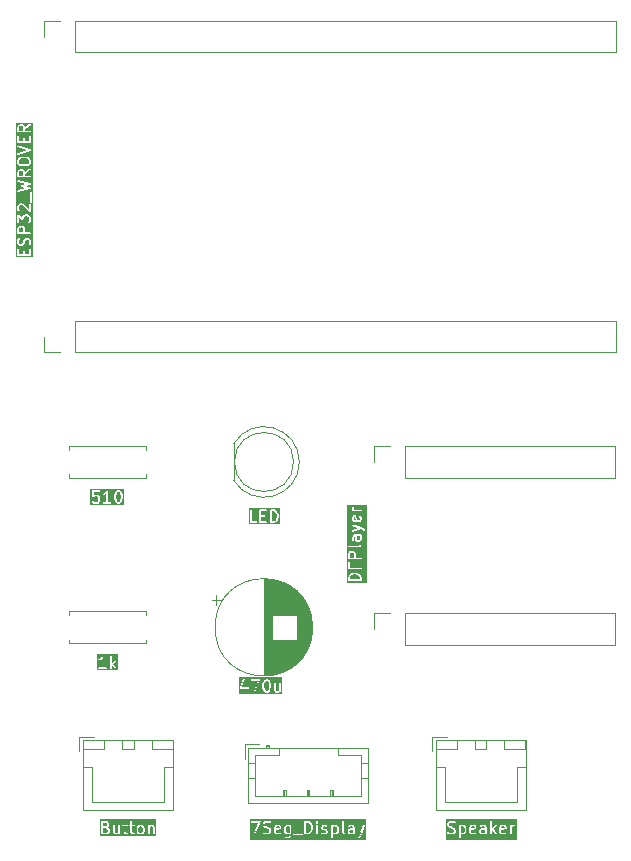
<source format=gbr>
%TF.GenerationSoftware,KiCad,Pcbnew,8.0.7*%
%TF.CreationDate,2026-01-14T22:46:50+09:00*%
%TF.ProjectId,alarm_unit,616c6172-6d5f-4756-9e69-742e6b696361,rev?*%
%TF.SameCoordinates,Original*%
%TF.FileFunction,Legend,Top*%
%TF.FilePolarity,Positive*%
%FSLAX46Y46*%
G04 Gerber Fmt 4.6, Leading zero omitted, Abs format (unit mm)*
G04 Created by KiCad (PCBNEW 8.0.7) date 2026-01-14 22:46:50*
%MOMM*%
%LPD*%
G01*
G04 APERTURE LIST*
%ADD10C,0.150000*%
%ADD11C,0.120000*%
G04 APERTURE END LIST*
D10*
G36*
X75190547Y-95570764D02*
G01*
X75267534Y-95609258D01*
X75341648Y-95683371D01*
X75379819Y-95797884D01*
X75379819Y-95948809D01*
X74529819Y-95948809D01*
X74529819Y-95797884D01*
X74567990Y-95683370D01*
X74642103Y-95609258D01*
X74719090Y-95570764D01*
X74892624Y-95527381D01*
X75017013Y-95527381D01*
X75190547Y-95570764D01*
G37*
G36*
X74838963Y-93704496D02*
G01*
X74869370Y-93734903D01*
X74903628Y-93803419D01*
X74903628Y-94091666D01*
X74529819Y-94091666D01*
X74529819Y-93803419D01*
X74564077Y-93734903D01*
X74594484Y-93704496D01*
X74663000Y-93670238D01*
X74770447Y-93670238D01*
X74838963Y-93704496D01*
G37*
G36*
X75379819Y-92327228D02*
G01*
X75379819Y-92529913D01*
X75351298Y-92586954D01*
X75294256Y-92615475D01*
X75234428Y-92615475D01*
X75177386Y-92586954D01*
X75148866Y-92529913D01*
X75148866Y-92309523D01*
X75147425Y-92294891D01*
X75146394Y-92292402D01*
X75146203Y-92289713D01*
X75146039Y-92289285D01*
X75360847Y-92289285D01*
X75379819Y-92327228D01*
G37*
G36*
X75029999Y-90948808D02*
G01*
X74948714Y-90948808D01*
X74891672Y-90920287D01*
X74863152Y-90863246D01*
X74863152Y-90708180D01*
X74891672Y-90651138D01*
X74948714Y-90622618D01*
X74964761Y-90622618D01*
X75029999Y-90948808D01*
G37*
G36*
X75973674Y-96209920D02*
G01*
X74268708Y-96209920D01*
X74268708Y-95785714D01*
X74379819Y-95785714D01*
X74379819Y-96023809D01*
X74381260Y-96038441D01*
X74392459Y-96065477D01*
X74413151Y-96086169D01*
X74440187Y-96097368D01*
X74454819Y-96098809D01*
X75454819Y-96098809D01*
X75469451Y-96097368D01*
X75496487Y-96086169D01*
X75517179Y-96065477D01*
X75528378Y-96038441D01*
X75529819Y-96023809D01*
X75529819Y-95785714D01*
X75529089Y-95778307D01*
X75529230Y-95776333D01*
X75528639Y-95773735D01*
X75528378Y-95771082D01*
X75527619Y-95769251D01*
X75525970Y-95761996D01*
X75478351Y-95619140D01*
X75472357Y-95605714D01*
X75470592Y-95603679D01*
X75469561Y-95601189D01*
X75460233Y-95589824D01*
X75364994Y-95494586D01*
X75359244Y-95489867D01*
X75357945Y-95488369D01*
X75355686Y-95486947D01*
X75353628Y-95485258D01*
X75351798Y-95484500D01*
X75345502Y-95480537D01*
X75250264Y-95432918D01*
X75249194Y-95432508D01*
X75248759Y-95432186D01*
X75242613Y-95429990D01*
X75236532Y-95427663D01*
X75235992Y-95427624D01*
X75234913Y-95427239D01*
X75044437Y-95379620D01*
X75041900Y-95379244D01*
X75040879Y-95378822D01*
X75035366Y-95378279D01*
X75029893Y-95377470D01*
X75028800Y-95377632D01*
X75026247Y-95377381D01*
X74883390Y-95377381D01*
X74880836Y-95377632D01*
X74879744Y-95377470D01*
X74874270Y-95378279D01*
X74868758Y-95378822D01*
X74867736Y-95379244D01*
X74865200Y-95379620D01*
X74674724Y-95427239D01*
X74673644Y-95427624D01*
X74673104Y-95427663D01*
X74667014Y-95429993D01*
X74660878Y-95432186D01*
X74660442Y-95432508D01*
X74659373Y-95432918D01*
X74564135Y-95480537D01*
X74557840Y-95484499D01*
X74556008Y-95485258D01*
X74553946Y-95486949D01*
X74551692Y-95488369D01*
X74550393Y-95489865D01*
X74544643Y-95494586D01*
X74449405Y-95589824D01*
X74440078Y-95601189D01*
X74439046Y-95603679D01*
X74437281Y-95605715D01*
X74431287Y-95619140D01*
X74383668Y-95761997D01*
X74382018Y-95769250D01*
X74381260Y-95771082D01*
X74380998Y-95773736D01*
X74380408Y-95776334D01*
X74380548Y-95778308D01*
X74379819Y-95785714D01*
X74268708Y-95785714D01*
X74268708Y-94547619D01*
X74379819Y-94547619D01*
X74379819Y-95023809D01*
X74381260Y-95038441D01*
X74392459Y-95065477D01*
X74413151Y-95086169D01*
X74440187Y-95097368D01*
X74454819Y-95098809D01*
X75454819Y-95098809D01*
X75469451Y-95097368D01*
X75496487Y-95086169D01*
X75517179Y-95065477D01*
X75528378Y-95038441D01*
X75528378Y-95009177D01*
X75517179Y-94982141D01*
X75496487Y-94961449D01*
X75469451Y-94950250D01*
X75454819Y-94948809D01*
X75006009Y-94948809D01*
X75006009Y-94690476D01*
X75004568Y-94675844D01*
X74993369Y-94648808D01*
X74972677Y-94628116D01*
X74945641Y-94616917D01*
X74916377Y-94616917D01*
X74889341Y-94628116D01*
X74868649Y-94648808D01*
X74857450Y-94675844D01*
X74856009Y-94690476D01*
X74856009Y-94948809D01*
X74529819Y-94948809D01*
X74529819Y-94547619D01*
X74528378Y-94532987D01*
X74517179Y-94505951D01*
X74496487Y-94485259D01*
X74469451Y-94474060D01*
X74440187Y-94474060D01*
X74413151Y-94485259D01*
X74392459Y-94505951D01*
X74381260Y-94532987D01*
X74379819Y-94547619D01*
X74268708Y-94547619D01*
X74268708Y-93785714D01*
X74379819Y-93785714D01*
X74379819Y-94166666D01*
X74381260Y-94181298D01*
X74392459Y-94208334D01*
X74413151Y-94229026D01*
X74440187Y-94240225D01*
X74454819Y-94241666D01*
X75454819Y-94241666D01*
X75469451Y-94240225D01*
X75496487Y-94229026D01*
X75517179Y-94208334D01*
X75528378Y-94181298D01*
X75528378Y-94152034D01*
X75517179Y-94124998D01*
X75496487Y-94104306D01*
X75469451Y-94093107D01*
X75454819Y-94091666D01*
X75053628Y-94091666D01*
X75053628Y-93785714D01*
X75052187Y-93771082D01*
X75051156Y-93768593D01*
X75050965Y-93765904D01*
X75045710Y-93752173D01*
X74998091Y-93656935D01*
X74994126Y-93650635D01*
X74993369Y-93648808D01*
X74991680Y-93646751D01*
X74990259Y-93644492D01*
X74988760Y-93643192D01*
X74984042Y-93637443D01*
X74936423Y-93589824D01*
X74930673Y-93585105D01*
X74929374Y-93583607D01*
X74927114Y-93582185D01*
X74925058Y-93580497D01*
X74923230Y-93579739D01*
X74916931Y-93575775D01*
X74821693Y-93528156D01*
X74807961Y-93522901D01*
X74805273Y-93522710D01*
X74802784Y-93521679D01*
X74788152Y-93520238D01*
X74645295Y-93520238D01*
X74630663Y-93521679D01*
X74628174Y-93522709D01*
X74625485Y-93522901D01*
X74611754Y-93528156D01*
X74516516Y-93575775D01*
X74510216Y-93579739D01*
X74508389Y-93580497D01*
X74506332Y-93582185D01*
X74504073Y-93583607D01*
X74502773Y-93585105D01*
X74497024Y-93589824D01*
X74449405Y-93637443D01*
X74444686Y-93643192D01*
X74443188Y-93644492D01*
X74441766Y-93646751D01*
X74440078Y-93648808D01*
X74439320Y-93650635D01*
X74435356Y-93656935D01*
X74387737Y-93752173D01*
X74382482Y-93765905D01*
X74382291Y-93768592D01*
X74381260Y-93771082D01*
X74379819Y-93785714D01*
X74268708Y-93785714D01*
X74268708Y-93152034D01*
X74381260Y-93152034D01*
X74381260Y-93181298D01*
X74392459Y-93208334D01*
X74413151Y-93229026D01*
X74440187Y-93240225D01*
X74454819Y-93241666D01*
X75311961Y-93241666D01*
X75326593Y-93240225D01*
X75329082Y-93239193D01*
X75331770Y-93239003D01*
X75345502Y-93233748D01*
X75440741Y-93186129D01*
X75443187Y-93184588D01*
X75444342Y-93184204D01*
X75445779Y-93182957D01*
X75453183Y-93178297D01*
X75459342Y-93171194D01*
X75466450Y-93165031D01*
X75471111Y-93157625D01*
X75472357Y-93156189D01*
X75472741Y-93155035D01*
X75474282Y-93152588D01*
X75521901Y-93057350D01*
X75527156Y-93043619D01*
X75529230Y-93014429D01*
X75519976Y-92986667D01*
X75500803Y-92964560D01*
X75474628Y-92951472D01*
X75445438Y-92949398D01*
X75417677Y-92958652D01*
X75395569Y-92977825D01*
X75387737Y-92990268D01*
X75351298Y-93063145D01*
X75294256Y-93091666D01*
X74454819Y-93091666D01*
X74440187Y-93093107D01*
X74413151Y-93104306D01*
X74392459Y-93124998D01*
X74381260Y-93152034D01*
X74268708Y-93152034D01*
X74268708Y-92357142D01*
X74713152Y-92357142D01*
X74713152Y-92547618D01*
X74714593Y-92562250D01*
X74715624Y-92564739D01*
X74715815Y-92567427D01*
X74721070Y-92581159D01*
X74768689Y-92676397D01*
X74776521Y-92688840D01*
X74798629Y-92708013D01*
X74826390Y-92717267D01*
X74855580Y-92715193D01*
X74881755Y-92702105D01*
X74900928Y-92679998D01*
X74910182Y-92652236D01*
X74908108Y-92623046D01*
X74902853Y-92609315D01*
X74863152Y-92529913D01*
X74863152Y-92374847D01*
X74891672Y-92317805D01*
X74948714Y-92289285D01*
X74979894Y-92289285D01*
X74998866Y-92327228D01*
X74998866Y-92547618D01*
X75000307Y-92562250D01*
X75001338Y-92564739D01*
X75001529Y-92567427D01*
X75006784Y-92581159D01*
X75054403Y-92676397D01*
X75055943Y-92678844D01*
X75056328Y-92679998D01*
X75057573Y-92681434D01*
X75062235Y-92688840D01*
X75069339Y-92695001D01*
X75075501Y-92702106D01*
X75082906Y-92706767D01*
X75084343Y-92708013D01*
X75085496Y-92708397D01*
X75087944Y-92709938D01*
X75183182Y-92757557D01*
X75196913Y-92762812D01*
X75199602Y-92763003D01*
X75202091Y-92764034D01*
X75216723Y-92765475D01*
X75311961Y-92765475D01*
X75326593Y-92764034D01*
X75329082Y-92763002D01*
X75331770Y-92762812D01*
X75345502Y-92757557D01*
X75440741Y-92709938D01*
X75443187Y-92708397D01*
X75444342Y-92708013D01*
X75445779Y-92706766D01*
X75453183Y-92702106D01*
X75459342Y-92695003D01*
X75466450Y-92688840D01*
X75471111Y-92681434D01*
X75472357Y-92679998D01*
X75472741Y-92678844D01*
X75474282Y-92676397D01*
X75521901Y-92581159D01*
X75527156Y-92567428D01*
X75527347Y-92564738D01*
X75528378Y-92562250D01*
X75529819Y-92547618D01*
X75529819Y-92309523D01*
X75528378Y-92294891D01*
X75527347Y-92292402D01*
X75527156Y-92289713D01*
X75521901Y-92275982D01*
X75513650Y-92259481D01*
X75517179Y-92255953D01*
X75528378Y-92228917D01*
X75528378Y-92199653D01*
X75517179Y-92172617D01*
X75496487Y-92151925D01*
X75469451Y-92140726D01*
X75454819Y-92139285D01*
X74931009Y-92139285D01*
X74916377Y-92140726D01*
X74913888Y-92141756D01*
X74911199Y-92141948D01*
X74897468Y-92147203D01*
X74802230Y-92194822D01*
X74799782Y-92196362D01*
X74798629Y-92196747D01*
X74797192Y-92197992D01*
X74789787Y-92202654D01*
X74783625Y-92209758D01*
X74776521Y-92215920D01*
X74771859Y-92223325D01*
X74770614Y-92224762D01*
X74770229Y-92225915D01*
X74768689Y-92228363D01*
X74721070Y-92323601D01*
X74715815Y-92337333D01*
X74715624Y-92340020D01*
X74714593Y-92342510D01*
X74713152Y-92357142D01*
X74268708Y-92357142D01*
X74268708Y-91346181D01*
X74713957Y-91346181D01*
X74715411Y-91375409D01*
X74727938Y-91401855D01*
X74749632Y-91421494D01*
X74762927Y-91427773D01*
X75231826Y-91595237D01*
X74762927Y-91762701D01*
X74749632Y-91768980D01*
X74727938Y-91788619D01*
X74715411Y-91815065D01*
X74713957Y-91844293D01*
X74723800Y-91871852D01*
X74743439Y-91893546D01*
X74769885Y-91906073D01*
X74799113Y-91907527D01*
X74813377Y-91903963D01*
X75453316Y-91675413D01*
X75650766Y-91754393D01*
X75678894Y-91782521D01*
X75721070Y-91866873D01*
X75728902Y-91879316D01*
X75751010Y-91898489D01*
X75778771Y-91907743D01*
X75807961Y-91905669D01*
X75834136Y-91892581D01*
X75853309Y-91870474D01*
X75862563Y-91842712D01*
X75860489Y-91813522D01*
X75855234Y-91799791D01*
X75807615Y-91704553D01*
X75803650Y-91698253D01*
X75802893Y-91696426D01*
X75801204Y-91694369D01*
X75799783Y-91692110D01*
X75798284Y-91690810D01*
X75793566Y-91685061D01*
X75745947Y-91637442D01*
X75734582Y-91628115D01*
X75734151Y-91627936D01*
X75733818Y-91627611D01*
X75720768Y-91620839D01*
X75482673Y-91525601D01*
X75481319Y-91525208D01*
X75480044Y-91524606D01*
X74813377Y-91286511D01*
X74799113Y-91282947D01*
X74769885Y-91284401D01*
X74743439Y-91296928D01*
X74723800Y-91318622D01*
X74713957Y-91346181D01*
X74268708Y-91346181D01*
X74268708Y-90690475D01*
X74713152Y-90690475D01*
X74713152Y-90880951D01*
X74714593Y-90895583D01*
X74715624Y-90898072D01*
X74715815Y-90900760D01*
X74721070Y-90914492D01*
X74768689Y-91009730D01*
X74770229Y-91012177D01*
X74770614Y-91013331D01*
X74771859Y-91014767D01*
X74776521Y-91022173D01*
X74783625Y-91028334D01*
X74789787Y-91035439D01*
X74797192Y-91040100D01*
X74798629Y-91041346D01*
X74799782Y-91041730D01*
X74802230Y-91043271D01*
X74897468Y-91090890D01*
X74911199Y-91096145D01*
X74913888Y-91096336D01*
X74916377Y-91097367D01*
X74931009Y-91098808D01*
X75121563Y-91098808D01*
X75311961Y-91098808D01*
X75326593Y-91097367D01*
X75329082Y-91096335D01*
X75331770Y-91096145D01*
X75345502Y-91090890D01*
X75440741Y-91043271D01*
X75443187Y-91041730D01*
X75444342Y-91041346D01*
X75445779Y-91040099D01*
X75453183Y-91035439D01*
X75459342Y-91028336D01*
X75466450Y-91022173D01*
X75471111Y-91014767D01*
X75472357Y-91013331D01*
X75472741Y-91012177D01*
X75474282Y-91009730D01*
X75521901Y-90914492D01*
X75527156Y-90900761D01*
X75527347Y-90898071D01*
X75528378Y-90895583D01*
X75529819Y-90880951D01*
X75529819Y-90690475D01*
X75528378Y-90675843D01*
X75527347Y-90673354D01*
X75527156Y-90670665D01*
X75521901Y-90656934D01*
X75474282Y-90561696D01*
X75466450Y-90549253D01*
X75444342Y-90530080D01*
X75416581Y-90520826D01*
X75387391Y-90522900D01*
X75361216Y-90535987D01*
X75342043Y-90558095D01*
X75332789Y-90585856D01*
X75334863Y-90615046D01*
X75340118Y-90628778D01*
X75379819Y-90708180D01*
X75379819Y-90863246D01*
X75351298Y-90920287D01*
X75294256Y-90948808D01*
X75182970Y-90948808D01*
X75099791Y-90532909D01*
X75095508Y-90518844D01*
X75091418Y-90512738D01*
X75088607Y-90505950D01*
X75083356Y-90500699D01*
X75079224Y-90494529D01*
X75073110Y-90490453D01*
X75067915Y-90485258D01*
X75061055Y-90482416D01*
X75054876Y-90478297D01*
X75047667Y-90476870D01*
X75040879Y-90474059D01*
X75026247Y-90472618D01*
X74931009Y-90472618D01*
X74916377Y-90474059D01*
X74913888Y-90475089D01*
X74911199Y-90475281D01*
X74897468Y-90480536D01*
X74802230Y-90528155D01*
X74799782Y-90529695D01*
X74798629Y-90530080D01*
X74797192Y-90531325D01*
X74789787Y-90535987D01*
X74783625Y-90543091D01*
X74776521Y-90549253D01*
X74771859Y-90556658D01*
X74770614Y-90558095D01*
X74770229Y-90559248D01*
X74768689Y-90561696D01*
X74721070Y-90656934D01*
X74715815Y-90670666D01*
X74715624Y-90673353D01*
X74714593Y-90675843D01*
X74713152Y-90690475D01*
X74268708Y-90690475D01*
X74268708Y-89833332D01*
X74713152Y-89833332D01*
X74713152Y-89928570D01*
X74714593Y-89943202D01*
X74715624Y-89945691D01*
X74715815Y-89948379D01*
X74721070Y-89962111D01*
X74764604Y-90049180D01*
X74746484Y-90056686D01*
X74725792Y-90077378D01*
X74714593Y-90104414D01*
X74714593Y-90133678D01*
X74725792Y-90160714D01*
X74746484Y-90181406D01*
X74773520Y-90192605D01*
X74788152Y-90194046D01*
X75454819Y-90194046D01*
X75469451Y-90192605D01*
X75496487Y-90181406D01*
X75517179Y-90160714D01*
X75528378Y-90133678D01*
X75528378Y-90104414D01*
X75517179Y-90077378D01*
X75496487Y-90056686D01*
X75469451Y-90045487D01*
X75454819Y-90044046D01*
X74996333Y-90044046D01*
X74927817Y-90009788D01*
X74897410Y-89979381D01*
X74863152Y-89910865D01*
X74863152Y-89833332D01*
X74861711Y-89818700D01*
X74850512Y-89791664D01*
X74829820Y-89770972D01*
X74802784Y-89759773D01*
X74773520Y-89759773D01*
X74746484Y-89770972D01*
X74725792Y-89791664D01*
X74714593Y-89818700D01*
X74713152Y-89833332D01*
X74268708Y-89833332D01*
X74268708Y-89648662D01*
X75973674Y-89648662D01*
X75973674Y-96209920D01*
G37*
G36*
X46838963Y-66180686D02*
G01*
X46869370Y-66211093D01*
X46903628Y-66279609D01*
X46903628Y-66567856D01*
X46529819Y-66567856D01*
X46529819Y-66279609D01*
X46564077Y-66211093D01*
X46594484Y-66180686D01*
X46663000Y-66146428D01*
X46770447Y-66146428D01*
X46838963Y-66180686D01*
G37*
G36*
X46838963Y-61371162D02*
G01*
X46869370Y-61401569D01*
X46903628Y-61470085D01*
X46903628Y-61758332D01*
X46529819Y-61758332D01*
X46529819Y-61470085D01*
X46564077Y-61401569D01*
X46594484Y-61371162D01*
X46663000Y-61336904D01*
X46770447Y-61336904D01*
X46838963Y-61371162D01*
G37*
G36*
X47273617Y-60329626D02*
G01*
X47345561Y-60401569D01*
X47379819Y-60470085D01*
X47379819Y-60625151D01*
X47345561Y-60693666D01*
X47273617Y-60765609D01*
X47112251Y-60805951D01*
X46797386Y-60805951D01*
X46636019Y-60765609D01*
X46564077Y-60693667D01*
X46529819Y-60625151D01*
X46529819Y-60470085D01*
X46564077Y-60401569D01*
X46636019Y-60329626D01*
X46797386Y-60289285D01*
X47112251Y-60289285D01*
X47273617Y-60329626D01*
G37*
G36*
X46838963Y-57561638D02*
G01*
X46869370Y-57592045D01*
X46903628Y-57660561D01*
X46903628Y-57948808D01*
X46529819Y-57948808D01*
X46529819Y-57660561D01*
X46564077Y-57592045D01*
X46594484Y-57561638D01*
X46663000Y-57527380D01*
X46770447Y-57527380D01*
X46838963Y-57561638D01*
G37*
G36*
X47736168Y-68686110D02*
G01*
X46268708Y-68686110D01*
X46268708Y-68023809D01*
X46379819Y-68023809D01*
X46379819Y-68499999D01*
X46381260Y-68514631D01*
X46392459Y-68541667D01*
X46413151Y-68562359D01*
X46440187Y-68573558D01*
X46454819Y-68574999D01*
X47454819Y-68574999D01*
X47469451Y-68573558D01*
X47496487Y-68562359D01*
X47517179Y-68541667D01*
X47528378Y-68514631D01*
X47529819Y-68499999D01*
X47529819Y-68023809D01*
X47528378Y-68009177D01*
X47517179Y-67982141D01*
X47496487Y-67961449D01*
X47469451Y-67950250D01*
X47440187Y-67950250D01*
X47413151Y-67961449D01*
X47392459Y-67982141D01*
X47381260Y-68009177D01*
X47379819Y-68023809D01*
X47379819Y-68424999D01*
X47006009Y-68424999D01*
X47006009Y-68166666D01*
X47004568Y-68152034D01*
X46993369Y-68124998D01*
X46972677Y-68104306D01*
X46945641Y-68093107D01*
X46916377Y-68093107D01*
X46889341Y-68104306D01*
X46868649Y-68124998D01*
X46857450Y-68152034D01*
X46856009Y-68166666D01*
X46856009Y-68424999D01*
X46529819Y-68424999D01*
X46529819Y-68023809D01*
X46528378Y-68009177D01*
X46517179Y-67982141D01*
X46496487Y-67961449D01*
X46469451Y-67950250D01*
X46440187Y-67950250D01*
X46413151Y-67961449D01*
X46392459Y-67982141D01*
X46381260Y-68009177D01*
X46379819Y-68023809D01*
X46268708Y-68023809D01*
X46268708Y-67214285D01*
X46379819Y-67214285D01*
X46379819Y-67452380D01*
X46381260Y-67467012D01*
X46382291Y-67469501D01*
X46382482Y-67472189D01*
X46387737Y-67485921D01*
X46435356Y-67581159D01*
X46439320Y-67587458D01*
X46440078Y-67589286D01*
X46441766Y-67591342D01*
X46443188Y-67593602D01*
X46444686Y-67594901D01*
X46449405Y-67600651D01*
X46497024Y-67648270D01*
X46502773Y-67652988D01*
X46504073Y-67654487D01*
X46506332Y-67655908D01*
X46508389Y-67657597D01*
X46510216Y-67658354D01*
X46516516Y-67662319D01*
X46611754Y-67709938D01*
X46625485Y-67715193D01*
X46628174Y-67715384D01*
X46630663Y-67716415D01*
X46645295Y-67717856D01*
X46740533Y-67717856D01*
X46755165Y-67716415D01*
X46757654Y-67715383D01*
X46760342Y-67715193D01*
X46774074Y-67709938D01*
X46869312Y-67662319D01*
X46875611Y-67658354D01*
X46877439Y-67657597D01*
X46879495Y-67655908D01*
X46881755Y-67654487D01*
X46883054Y-67652988D01*
X46888804Y-67648270D01*
X46936423Y-67600651D01*
X46941141Y-67594901D01*
X46942640Y-67593602D01*
X46944061Y-67591342D01*
X46945750Y-67589286D01*
X46946507Y-67587458D01*
X46950472Y-67581159D01*
X46998091Y-67485921D01*
X46998500Y-67484851D01*
X46998823Y-67484416D01*
X47001015Y-67478279D01*
X47003346Y-67472190D01*
X47003384Y-67471649D01*
X47003770Y-67470570D01*
X47049392Y-67288080D01*
X47087886Y-67211093D01*
X47118293Y-67180686D01*
X47186809Y-67146428D01*
X47246637Y-67146428D01*
X47315153Y-67180686D01*
X47345561Y-67211093D01*
X47379819Y-67279609D01*
X47379819Y-67487829D01*
X47336049Y-67619139D01*
X47332789Y-67633476D01*
X47334864Y-67662666D01*
X47347950Y-67688839D01*
X47370057Y-67708013D01*
X47397820Y-67717267D01*
X47427010Y-67715192D01*
X47453183Y-67702106D01*
X47472357Y-67679999D01*
X47478351Y-67666573D01*
X47525970Y-67523717D01*
X47527619Y-67516461D01*
X47528378Y-67514631D01*
X47528639Y-67511977D01*
X47529230Y-67509380D01*
X47529089Y-67507405D01*
X47529819Y-67499999D01*
X47529819Y-67261904D01*
X47528378Y-67247272D01*
X47527347Y-67244783D01*
X47527156Y-67242094D01*
X47521901Y-67228363D01*
X47474282Y-67133125D01*
X47470317Y-67126825D01*
X47469560Y-67124998D01*
X47467872Y-67122941D01*
X47466450Y-67120682D01*
X47464950Y-67119381D01*
X47460232Y-67113632D01*
X47412612Y-67066013D01*
X47406863Y-67061295D01*
X47405564Y-67059797D01*
X47403305Y-67058375D01*
X47401247Y-67056686D01*
X47399417Y-67055928D01*
X47393121Y-67051965D01*
X47297883Y-67004346D01*
X47284151Y-66999091D01*
X47281463Y-66998900D01*
X47278974Y-66997869D01*
X47264342Y-66996428D01*
X47169104Y-66996428D01*
X47154472Y-66997869D01*
X47151983Y-66998899D01*
X47149294Y-66999091D01*
X47135563Y-67004346D01*
X47040325Y-67051965D01*
X47034025Y-67055929D01*
X47032198Y-67056687D01*
X47030141Y-67058375D01*
X47027882Y-67059797D01*
X47026582Y-67061295D01*
X47020833Y-67066014D01*
X46973214Y-67113633D01*
X46968495Y-67119382D01*
X46966997Y-67120682D01*
X46965575Y-67122941D01*
X46963887Y-67124998D01*
X46963129Y-67126825D01*
X46959165Y-67133125D01*
X46911546Y-67228363D01*
X46911136Y-67229432D01*
X46910814Y-67229868D01*
X46908618Y-67236013D01*
X46906291Y-67242095D01*
X46906252Y-67242634D01*
X46905867Y-67243714D01*
X46860244Y-67426204D01*
X46821751Y-67503191D01*
X46791344Y-67533598D01*
X46722828Y-67567856D01*
X46663000Y-67567856D01*
X46594484Y-67533598D01*
X46564077Y-67503191D01*
X46529819Y-67434675D01*
X46529819Y-67226455D01*
X46573589Y-67095146D01*
X46576849Y-67080809D01*
X46574774Y-67051619D01*
X46561688Y-67025445D01*
X46539580Y-67006271D01*
X46511818Y-66997017D01*
X46482628Y-66999092D01*
X46456455Y-67012179D01*
X46437281Y-67034286D01*
X46431287Y-67047711D01*
X46383668Y-67190568D01*
X46382018Y-67197821D01*
X46381260Y-67199653D01*
X46380998Y-67202307D01*
X46380408Y-67204905D01*
X46380548Y-67206879D01*
X46379819Y-67214285D01*
X46268708Y-67214285D01*
X46268708Y-66261904D01*
X46379819Y-66261904D01*
X46379819Y-66642856D01*
X46381260Y-66657488D01*
X46392459Y-66684524D01*
X46413151Y-66705216D01*
X46440187Y-66716415D01*
X46454819Y-66717856D01*
X47454819Y-66717856D01*
X47469451Y-66716415D01*
X47496487Y-66705216D01*
X47517179Y-66684524D01*
X47528378Y-66657488D01*
X47528378Y-66628224D01*
X47517179Y-66601188D01*
X47496487Y-66580496D01*
X47469451Y-66569297D01*
X47454819Y-66567856D01*
X47053628Y-66567856D01*
X47053628Y-66261904D01*
X47052187Y-66247272D01*
X47051156Y-66244783D01*
X47050965Y-66242094D01*
X47045710Y-66228363D01*
X46998091Y-66133125D01*
X46994126Y-66126825D01*
X46993369Y-66124998D01*
X46991680Y-66122941D01*
X46990259Y-66120682D01*
X46988760Y-66119382D01*
X46984042Y-66113633D01*
X46936423Y-66066014D01*
X46930673Y-66061295D01*
X46929374Y-66059797D01*
X46927114Y-66058375D01*
X46925058Y-66056687D01*
X46923230Y-66055929D01*
X46916931Y-66051965D01*
X46821693Y-66004346D01*
X46807961Y-65999091D01*
X46805273Y-65998900D01*
X46802784Y-65997869D01*
X46788152Y-65996428D01*
X46645295Y-65996428D01*
X46630663Y-65997869D01*
X46628174Y-65998899D01*
X46625485Y-65999091D01*
X46611754Y-66004346D01*
X46516516Y-66051965D01*
X46510216Y-66055929D01*
X46508389Y-66056687D01*
X46506332Y-66058375D01*
X46504073Y-66059797D01*
X46502773Y-66061295D01*
X46497024Y-66066014D01*
X46449405Y-66113633D01*
X46444686Y-66119382D01*
X46443188Y-66120682D01*
X46441766Y-66122941D01*
X46440078Y-66124998D01*
X46439320Y-66126825D01*
X46435356Y-66133125D01*
X46387737Y-66228363D01*
X46382482Y-66242095D01*
X46382291Y-66244782D01*
X46381260Y-66247272D01*
X46379819Y-66261904D01*
X46268708Y-66261904D01*
X46268708Y-65119047D01*
X46379819Y-65119047D01*
X46379819Y-65738094D01*
X46381260Y-65752726D01*
X46392459Y-65779762D01*
X46413151Y-65800454D01*
X46440187Y-65811653D01*
X46469451Y-65811653D01*
X46496487Y-65800454D01*
X46517179Y-65779762D01*
X46528378Y-65752726D01*
X46529819Y-65738094D01*
X46529819Y-65284329D01*
X46786383Y-65508823D01*
X46792707Y-65513344D01*
X46794103Y-65514740D01*
X46795426Y-65515288D01*
X46798344Y-65517374D01*
X46809881Y-65521275D01*
X46821139Y-65525939D01*
X46823670Y-65525939D01*
X46826065Y-65526749D01*
X46838218Y-65525939D01*
X46850403Y-65525939D01*
X46852739Y-65524971D01*
X46855263Y-65524803D01*
X46866188Y-65519400D01*
X46877439Y-65514740D01*
X46879225Y-65512953D01*
X46881495Y-65511831D01*
X46889520Y-65502658D01*
X46898131Y-65494048D01*
X46899099Y-65491711D01*
X46900765Y-65489807D01*
X46904666Y-65478269D01*
X46909330Y-65467012D01*
X46909681Y-65463441D01*
X46910140Y-65462086D01*
X46910008Y-65460118D01*
X46910771Y-65452380D01*
X46910771Y-65327228D01*
X46945029Y-65258712D01*
X46975436Y-65228305D01*
X47043952Y-65194047D01*
X47246637Y-65194047D01*
X47315153Y-65228305D01*
X47345561Y-65258712D01*
X47379819Y-65327228D01*
X47379819Y-65577532D01*
X47345561Y-65646047D01*
X47306548Y-65685060D01*
X47297220Y-65696426D01*
X47286021Y-65723462D01*
X47286021Y-65752725D01*
X47297219Y-65779761D01*
X47317912Y-65800454D01*
X47344948Y-65811653D01*
X47374211Y-65811653D01*
X47401247Y-65800455D01*
X47412612Y-65791128D01*
X47460232Y-65743509D01*
X47464950Y-65737759D01*
X47466450Y-65736459D01*
X47467872Y-65734199D01*
X47469560Y-65732143D01*
X47470317Y-65730315D01*
X47474282Y-65724016D01*
X47521901Y-65628778D01*
X47527156Y-65615047D01*
X47527347Y-65612357D01*
X47528378Y-65609869D01*
X47529819Y-65595237D01*
X47529819Y-65309523D01*
X47528378Y-65294891D01*
X47527347Y-65292402D01*
X47527156Y-65289713D01*
X47521901Y-65275982D01*
X47474282Y-65180744D01*
X47470317Y-65174444D01*
X47469560Y-65172617D01*
X47467872Y-65170560D01*
X47466450Y-65168301D01*
X47464950Y-65167000D01*
X47460232Y-65161251D01*
X47412612Y-65113632D01*
X47406863Y-65108914D01*
X47405564Y-65107416D01*
X47403305Y-65105994D01*
X47401247Y-65104305D01*
X47399417Y-65103547D01*
X47393121Y-65099584D01*
X47297883Y-65051965D01*
X47284151Y-65046710D01*
X47281463Y-65046519D01*
X47278974Y-65045488D01*
X47264342Y-65044047D01*
X47026247Y-65044047D01*
X47011615Y-65045488D01*
X47009126Y-65046518D01*
X47006437Y-65046710D01*
X46992706Y-65051965D01*
X46897468Y-65099584D01*
X46891168Y-65103548D01*
X46889341Y-65104306D01*
X46887284Y-65105994D01*
X46885025Y-65107416D01*
X46883725Y-65108914D01*
X46877976Y-65113633D01*
X46830357Y-65161252D01*
X46825638Y-65167001D01*
X46824140Y-65168301D01*
X46822718Y-65170560D01*
X46821030Y-65172617D01*
X46820272Y-65174444D01*
X46816308Y-65180744D01*
X46768689Y-65275982D01*
X46763516Y-65289499D01*
X46504207Y-65062604D01*
X46497882Y-65058082D01*
X46496487Y-65056687D01*
X46495163Y-65056138D01*
X46492246Y-65054053D01*
X46480708Y-65050151D01*
X46469451Y-65045488D01*
X46466920Y-65045488D01*
X46464525Y-65044678D01*
X46452372Y-65045488D01*
X46440187Y-65045488D01*
X46437850Y-65046455D01*
X46435327Y-65046624D01*
X46424401Y-65052026D01*
X46413151Y-65056687D01*
X46411364Y-65058473D01*
X46409095Y-65059596D01*
X46401069Y-65068768D01*
X46392459Y-65077379D01*
X46391490Y-65079715D01*
X46389825Y-65081620D01*
X46385923Y-65093157D01*
X46381260Y-65104415D01*
X46380908Y-65107985D01*
X46380450Y-65109341D01*
X46380581Y-65111308D01*
X46379819Y-65119047D01*
X46268708Y-65119047D01*
X46268708Y-64357142D01*
X46379819Y-64357142D01*
X46379819Y-64595237D01*
X46381260Y-64609869D01*
X46382291Y-64612358D01*
X46382482Y-64615046D01*
X46387737Y-64628778D01*
X46435356Y-64724016D01*
X46439320Y-64730315D01*
X46440078Y-64732143D01*
X46441766Y-64734199D01*
X46443188Y-64736459D01*
X46444686Y-64737758D01*
X46449405Y-64743508D01*
X46497024Y-64791127D01*
X46508389Y-64800454D01*
X46535425Y-64811653D01*
X46564688Y-64811653D01*
X46591724Y-64800454D01*
X46612417Y-64779761D01*
X46623616Y-64752725D01*
X46623616Y-64723462D01*
X46612417Y-64696426D01*
X46603090Y-64685061D01*
X46564077Y-64646048D01*
X46529819Y-64577532D01*
X46529819Y-64374847D01*
X46564077Y-64306331D01*
X46594484Y-64275924D01*
X46663000Y-64241666D01*
X46728363Y-64241666D01*
X46842876Y-64279837D01*
X47401786Y-64838746D01*
X47413151Y-64848074D01*
X47432268Y-64855992D01*
X47440187Y-64859272D01*
X47440188Y-64859272D01*
X47469451Y-64859272D01*
X47496487Y-64848073D01*
X47517180Y-64827381D01*
X47525098Y-64808263D01*
X47528378Y-64800345D01*
X47529819Y-64785713D01*
X47529819Y-64166666D01*
X47528378Y-64152034D01*
X47517179Y-64124998D01*
X47496487Y-64104306D01*
X47469451Y-64093107D01*
X47440187Y-64093107D01*
X47413151Y-64104306D01*
X47392459Y-64124998D01*
X47381260Y-64152034D01*
X47379819Y-64166666D01*
X47379819Y-64604647D01*
X46936423Y-64161252D01*
X46925058Y-64151925D01*
X46922567Y-64150893D01*
X46920532Y-64149128D01*
X46907107Y-64143134D01*
X46764250Y-64095515D01*
X46756996Y-64093865D01*
X46755165Y-64093107D01*
X46752510Y-64092845D01*
X46749913Y-64092255D01*
X46747938Y-64092395D01*
X46740533Y-64091666D01*
X46645295Y-64091666D01*
X46630663Y-64093107D01*
X46628174Y-64094137D01*
X46625485Y-64094329D01*
X46611754Y-64099584D01*
X46516516Y-64147203D01*
X46510216Y-64151167D01*
X46508389Y-64151925D01*
X46506332Y-64153613D01*
X46504073Y-64155035D01*
X46502773Y-64156533D01*
X46497024Y-64161252D01*
X46449405Y-64208871D01*
X46444686Y-64214620D01*
X46443188Y-64215920D01*
X46441766Y-64218179D01*
X46440078Y-64220236D01*
X46439320Y-64222063D01*
X46435356Y-64228363D01*
X46387737Y-64323601D01*
X46382482Y-64337333D01*
X46382291Y-64340020D01*
X46381260Y-64342510D01*
X46379819Y-64357142D01*
X46268708Y-64357142D01*
X46268708Y-63214285D01*
X47475057Y-63214285D01*
X47475057Y-63976190D01*
X47476498Y-63990822D01*
X47487697Y-64017858D01*
X47508389Y-64038550D01*
X47535425Y-64049749D01*
X47564689Y-64049749D01*
X47591725Y-64038550D01*
X47612417Y-64017858D01*
X47623616Y-63990822D01*
X47625057Y-63976190D01*
X47625057Y-63214285D01*
X47623616Y-63199653D01*
X47612417Y-63172617D01*
X47591725Y-63151925D01*
X47564689Y-63140726D01*
X47535425Y-63140726D01*
X47508389Y-63151925D01*
X47487697Y-63172617D01*
X47476498Y-63199653D01*
X47475057Y-63214285D01*
X46268708Y-63214285D01*
X46268708Y-62211481D01*
X46379871Y-62211481D01*
X46384504Y-62240376D01*
X46399840Y-62265298D01*
X46423547Y-62282455D01*
X46437447Y-62287245D01*
X47148303Y-62456496D01*
X46721208Y-62570388D01*
X46717780Y-62571673D01*
X46716340Y-62571865D01*
X46714629Y-62572855D01*
X46707442Y-62575551D01*
X46699582Y-62581566D01*
X46691015Y-62586527D01*
X46688061Y-62590384D01*
X46684204Y-62593338D01*
X46679243Y-62601905D01*
X46673228Y-62609765D01*
X46671976Y-62614457D01*
X46669542Y-62618663D01*
X46668237Y-62628478D01*
X46665688Y-62638041D01*
X46666327Y-62642856D01*
X46665688Y-62647671D01*
X46668237Y-62657233D01*
X46669542Y-62667049D01*
X46671976Y-62671254D01*
X46673228Y-62675947D01*
X46679243Y-62683806D01*
X46684204Y-62692374D01*
X46688061Y-62695327D01*
X46691015Y-62699185D01*
X46699582Y-62704145D01*
X46707442Y-62710161D01*
X46714629Y-62712856D01*
X46716340Y-62713847D01*
X46717780Y-62714038D01*
X46721208Y-62715324D01*
X47148303Y-62829215D01*
X46437447Y-62998467D01*
X46423547Y-63003257D01*
X46399840Y-63020414D01*
X46384504Y-63045336D01*
X46379871Y-63074231D01*
X46386649Y-63102699D01*
X46403806Y-63126406D01*
X46428728Y-63141742D01*
X46457623Y-63146375D01*
X46472191Y-63144387D01*
X47472191Y-62906292D01*
X47477209Y-62904562D01*
X47479013Y-62904323D01*
X47480642Y-62903379D01*
X47486091Y-62901502D01*
X47494914Y-62895116D01*
X47504337Y-62889661D01*
X47506677Y-62886603D01*
X47509798Y-62884345D01*
X47515503Y-62875073D01*
X47522125Y-62866423D01*
X47523118Y-62862699D01*
X47525134Y-62859423D01*
X47526856Y-62848679D01*
X47529665Y-62838148D01*
X47529157Y-62834329D01*
X47529767Y-62830528D01*
X47527244Y-62819932D01*
X47525810Y-62809139D01*
X47523881Y-62805807D01*
X47522989Y-62802060D01*
X47516602Y-62793235D01*
X47511148Y-62783814D01*
X47508090Y-62781473D01*
X47505832Y-62778353D01*
X47496559Y-62772647D01*
X47487911Y-62766027D01*
X47482509Y-62764001D01*
X47480910Y-62763017D01*
X47479119Y-62762729D01*
X47474144Y-62760864D01*
X47031613Y-62642856D01*
X47474144Y-62524848D01*
X47479119Y-62522982D01*
X47480910Y-62522695D01*
X47482509Y-62521710D01*
X47487911Y-62519685D01*
X47496559Y-62513064D01*
X47505832Y-62507359D01*
X47508090Y-62504238D01*
X47511148Y-62501898D01*
X47516602Y-62492476D01*
X47522989Y-62483652D01*
X47523881Y-62479904D01*
X47525810Y-62476573D01*
X47527244Y-62465779D01*
X47529767Y-62455184D01*
X47529157Y-62451382D01*
X47529665Y-62447564D01*
X47526856Y-62437032D01*
X47525134Y-62426289D01*
X47523118Y-62423012D01*
X47522125Y-62419289D01*
X47515503Y-62410638D01*
X47509798Y-62401367D01*
X47506677Y-62399108D01*
X47504337Y-62396051D01*
X47494914Y-62390595D01*
X47486091Y-62384210D01*
X47480642Y-62382332D01*
X47479013Y-62381389D01*
X47477209Y-62381149D01*
X47472191Y-62379420D01*
X46472191Y-62141325D01*
X46457623Y-62139337D01*
X46428728Y-62143970D01*
X46403806Y-62159306D01*
X46386649Y-62183013D01*
X46379871Y-62211481D01*
X46268708Y-62211481D01*
X46268708Y-61452380D01*
X46379819Y-61452380D01*
X46379819Y-61833332D01*
X46381260Y-61847964D01*
X46392459Y-61875000D01*
X46413151Y-61895692D01*
X46440187Y-61906891D01*
X46454819Y-61908332D01*
X47454819Y-61908332D01*
X47469451Y-61906891D01*
X47496487Y-61895692D01*
X47517179Y-61875000D01*
X47528378Y-61847964D01*
X47528378Y-61818700D01*
X47517179Y-61791664D01*
X47496487Y-61770972D01*
X47469451Y-61759773D01*
X47454819Y-61758332D01*
X47053628Y-61758332D01*
X47053628Y-61634286D01*
X47497829Y-61323346D01*
X47508989Y-61313775D01*
X47524716Y-61289096D01*
X47529802Y-61260279D01*
X47523472Y-61231708D01*
X47506690Y-61207734D01*
X47482012Y-61192007D01*
X47453194Y-61186922D01*
X47424623Y-61193251D01*
X47411810Y-61200461D01*
X47053518Y-61451264D01*
X47052187Y-61437748D01*
X47051156Y-61435259D01*
X47050965Y-61432570D01*
X47045710Y-61418839D01*
X46998091Y-61323601D01*
X46994126Y-61317301D01*
X46993369Y-61315474D01*
X46991680Y-61313417D01*
X46990259Y-61311158D01*
X46988760Y-61309858D01*
X46984042Y-61304109D01*
X46936423Y-61256490D01*
X46930673Y-61251771D01*
X46929374Y-61250273D01*
X46927114Y-61248851D01*
X46925058Y-61247163D01*
X46923230Y-61246405D01*
X46916931Y-61242441D01*
X46821693Y-61194822D01*
X46807961Y-61189567D01*
X46805273Y-61189376D01*
X46802784Y-61188345D01*
X46788152Y-61186904D01*
X46645295Y-61186904D01*
X46630663Y-61188345D01*
X46628174Y-61189375D01*
X46625485Y-61189567D01*
X46611754Y-61194822D01*
X46516516Y-61242441D01*
X46510216Y-61246405D01*
X46508389Y-61247163D01*
X46506332Y-61248851D01*
X46504073Y-61250273D01*
X46502773Y-61251771D01*
X46497024Y-61256490D01*
X46449405Y-61304109D01*
X46444686Y-61309858D01*
X46443188Y-61311158D01*
X46441766Y-61313417D01*
X46440078Y-61315474D01*
X46439320Y-61317301D01*
X46435356Y-61323601D01*
X46387737Y-61418839D01*
X46382482Y-61432571D01*
X46382291Y-61435258D01*
X46381260Y-61437748D01*
X46379819Y-61452380D01*
X46268708Y-61452380D01*
X46268708Y-60452380D01*
X46379819Y-60452380D01*
X46379819Y-60642856D01*
X46381260Y-60657488D01*
X46382291Y-60659977D01*
X46382482Y-60662665D01*
X46387737Y-60676397D01*
X46435356Y-60771635D01*
X46439320Y-60777934D01*
X46440078Y-60779762D01*
X46441766Y-60781818D01*
X46443188Y-60784078D01*
X46444686Y-60785377D01*
X46449405Y-60791127D01*
X46544643Y-60886365D01*
X46556008Y-60895693D01*
X46561161Y-60897827D01*
X46565640Y-60901146D01*
X46579486Y-60906093D01*
X46769962Y-60953712D01*
X46772498Y-60954087D01*
X46773520Y-60954510D01*
X46779032Y-60955052D01*
X46784506Y-60955862D01*
X46785598Y-60955699D01*
X46788152Y-60955951D01*
X47121485Y-60955951D01*
X47124038Y-60955699D01*
X47125131Y-60955862D01*
X47130604Y-60955052D01*
X47136117Y-60954510D01*
X47137138Y-60954087D01*
X47139675Y-60953712D01*
X47330151Y-60906093D01*
X47343997Y-60901146D01*
X47348476Y-60897826D01*
X47353628Y-60895693D01*
X47364994Y-60886365D01*
X47460233Y-60791127D01*
X47464953Y-60785376D01*
X47466450Y-60784078D01*
X47467869Y-60781823D01*
X47469561Y-60779762D01*
X47470319Y-60777929D01*
X47474282Y-60771635D01*
X47521901Y-60676397D01*
X47527156Y-60662666D01*
X47527347Y-60659976D01*
X47528378Y-60657488D01*
X47529819Y-60642856D01*
X47529819Y-60452380D01*
X47528378Y-60437748D01*
X47527347Y-60435259D01*
X47527156Y-60432570D01*
X47521901Y-60418839D01*
X47474282Y-60323601D01*
X47470319Y-60317306D01*
X47469561Y-60315474D01*
X47467869Y-60313412D01*
X47466450Y-60311158D01*
X47464953Y-60309859D01*
X47460233Y-60304109D01*
X47364994Y-60208871D01*
X47353628Y-60199543D01*
X47348476Y-60197409D01*
X47343997Y-60194090D01*
X47330151Y-60189143D01*
X47139675Y-60141524D01*
X47137138Y-60141148D01*
X47136117Y-60140726D01*
X47130604Y-60140183D01*
X47125131Y-60139374D01*
X47124038Y-60139536D01*
X47121485Y-60139285D01*
X46788152Y-60139285D01*
X46785598Y-60139536D01*
X46784506Y-60139374D01*
X46779032Y-60140183D01*
X46773520Y-60140726D01*
X46772498Y-60141148D01*
X46769962Y-60141524D01*
X46579486Y-60189143D01*
X46565640Y-60194090D01*
X46561161Y-60197408D01*
X46556008Y-60199543D01*
X46544643Y-60208871D01*
X46449405Y-60304109D01*
X46444686Y-60309858D01*
X46443188Y-60311158D01*
X46441766Y-60313417D01*
X46440078Y-60315474D01*
X46439320Y-60317301D01*
X46435356Y-60323601D01*
X46387737Y-60418839D01*
X46382482Y-60432571D01*
X46382291Y-60435258D01*
X46381260Y-60437748D01*
X46379819Y-60452380D01*
X46268708Y-60452380D01*
X46268708Y-59252524D01*
X46380408Y-59252524D01*
X46382483Y-59281714D01*
X46395569Y-59307887D01*
X46417676Y-59327061D01*
X46431102Y-59333055D01*
X47217648Y-59595237D01*
X46431102Y-59857419D01*
X46417676Y-59863413D01*
X46395569Y-59882587D01*
X46382483Y-59908760D01*
X46380408Y-59937950D01*
X46389662Y-59965713D01*
X46408836Y-59987820D01*
X46435009Y-60000906D01*
X46464199Y-60002981D01*
X46478536Y-59999721D01*
X47478536Y-59666388D01*
X47491961Y-59660394D01*
X47496008Y-59656883D01*
X47500802Y-59654487D01*
X47506966Y-59647379D01*
X47514068Y-59641220D01*
X47516463Y-59636428D01*
X47519976Y-59632379D01*
X47522950Y-59623456D01*
X47527155Y-59615047D01*
X47527534Y-59609702D01*
X47529230Y-59604617D01*
X47528563Y-59595237D01*
X47529230Y-59585857D01*
X47527534Y-59580771D01*
X47527155Y-59575427D01*
X47522950Y-59567017D01*
X47519976Y-59558095D01*
X47516463Y-59554045D01*
X47514068Y-59549254D01*
X47506966Y-59543094D01*
X47500802Y-59535987D01*
X47496008Y-59533590D01*
X47491961Y-59530080D01*
X47478536Y-59524086D01*
X46478536Y-59190753D01*
X46464199Y-59187493D01*
X46435009Y-59189568D01*
X46408836Y-59202654D01*
X46389662Y-59224761D01*
X46380408Y-59252524D01*
X46268708Y-59252524D01*
X46268708Y-58452380D01*
X46379819Y-58452380D01*
X46379819Y-58928570D01*
X46381260Y-58943202D01*
X46392459Y-58970238D01*
X46413151Y-58990930D01*
X46440187Y-59002129D01*
X46454819Y-59003570D01*
X47454819Y-59003570D01*
X47469451Y-59002129D01*
X47496487Y-58990930D01*
X47517179Y-58970238D01*
X47528378Y-58943202D01*
X47529819Y-58928570D01*
X47529819Y-58452380D01*
X47528378Y-58437748D01*
X47517179Y-58410712D01*
X47496487Y-58390020D01*
X47469451Y-58378821D01*
X47440187Y-58378821D01*
X47413151Y-58390020D01*
X47392459Y-58410712D01*
X47381260Y-58437748D01*
X47379819Y-58452380D01*
X47379819Y-58853570D01*
X47006009Y-58853570D01*
X47006009Y-58595237D01*
X47004568Y-58580605D01*
X46993369Y-58553569D01*
X46972677Y-58532877D01*
X46945641Y-58521678D01*
X46916377Y-58521678D01*
X46889341Y-58532877D01*
X46868649Y-58553569D01*
X46857450Y-58580605D01*
X46856009Y-58595237D01*
X46856009Y-58853570D01*
X46529819Y-58853570D01*
X46529819Y-58452380D01*
X46528378Y-58437748D01*
X46517179Y-58410712D01*
X46496487Y-58390020D01*
X46469451Y-58378821D01*
X46440187Y-58378821D01*
X46413151Y-58390020D01*
X46392459Y-58410712D01*
X46381260Y-58437748D01*
X46379819Y-58452380D01*
X46268708Y-58452380D01*
X46268708Y-57642856D01*
X46379819Y-57642856D01*
X46379819Y-58023808D01*
X46381260Y-58038440D01*
X46392459Y-58065476D01*
X46413151Y-58086168D01*
X46440187Y-58097367D01*
X46454819Y-58098808D01*
X47454819Y-58098808D01*
X47469451Y-58097367D01*
X47496487Y-58086168D01*
X47517179Y-58065476D01*
X47528378Y-58038440D01*
X47528378Y-58009176D01*
X47517179Y-57982140D01*
X47496487Y-57961448D01*
X47469451Y-57950249D01*
X47454819Y-57948808D01*
X47053628Y-57948808D01*
X47053628Y-57824762D01*
X47497829Y-57513822D01*
X47508989Y-57504251D01*
X47524716Y-57479572D01*
X47529802Y-57450755D01*
X47523472Y-57422184D01*
X47506690Y-57398210D01*
X47482012Y-57382483D01*
X47453194Y-57377398D01*
X47424623Y-57383727D01*
X47411810Y-57390937D01*
X47053518Y-57641740D01*
X47052187Y-57628224D01*
X47051156Y-57625735D01*
X47050965Y-57623046D01*
X47045710Y-57609315D01*
X46998091Y-57514077D01*
X46994126Y-57507777D01*
X46993369Y-57505950D01*
X46991680Y-57503893D01*
X46990259Y-57501634D01*
X46988760Y-57500334D01*
X46984042Y-57494585D01*
X46936423Y-57446966D01*
X46930673Y-57442247D01*
X46929374Y-57440749D01*
X46927114Y-57439327D01*
X46925058Y-57437639D01*
X46923230Y-57436881D01*
X46916931Y-57432917D01*
X46821693Y-57385298D01*
X46807961Y-57380043D01*
X46805273Y-57379852D01*
X46802784Y-57378821D01*
X46788152Y-57377380D01*
X46645295Y-57377380D01*
X46630663Y-57378821D01*
X46628174Y-57379851D01*
X46625485Y-57380043D01*
X46611754Y-57385298D01*
X46516516Y-57432917D01*
X46510216Y-57436881D01*
X46508389Y-57437639D01*
X46506332Y-57439327D01*
X46504073Y-57440749D01*
X46502773Y-57442247D01*
X46497024Y-57446966D01*
X46449405Y-57494585D01*
X46444686Y-57500334D01*
X46443188Y-57501634D01*
X46441766Y-57503893D01*
X46440078Y-57505950D01*
X46439320Y-57507777D01*
X46435356Y-57514077D01*
X46387737Y-57609315D01*
X46382482Y-57623047D01*
X46382291Y-57625734D01*
X46381260Y-57628224D01*
X46379819Y-57642856D01*
X46268708Y-57642856D01*
X46268708Y-57266269D01*
X47736168Y-57266269D01*
X47736168Y-68686110D01*
G37*
G36*
X55050811Y-88564077D02*
G01*
X55081218Y-88594484D01*
X55119711Y-88671471D01*
X55163095Y-88845005D01*
X55163095Y-89064632D01*
X55119711Y-89238166D01*
X55081217Y-89315153D01*
X55050810Y-89345561D01*
X54982295Y-89379819D01*
X54922467Y-89379819D01*
X54853951Y-89345561D01*
X54823544Y-89315153D01*
X54785050Y-89238166D01*
X54741667Y-89064632D01*
X54741667Y-88845005D01*
X54785050Y-88671471D01*
X54823544Y-88594484D01*
X54853951Y-88564077D01*
X54922467Y-88529819D01*
X54982295Y-88529819D01*
X55050811Y-88564077D01*
G37*
G36*
X55424206Y-89640930D02*
G01*
X52576144Y-89640930D01*
X52576144Y-88938249D01*
X52687255Y-88938249D01*
X52688346Y-88941864D01*
X52688346Y-88945640D01*
X52692540Y-88955765D01*
X52695708Y-88966265D01*
X52698099Y-88969188D01*
X52699545Y-88972677D01*
X52707298Y-88980430D01*
X52714239Y-88988913D01*
X52717565Y-88990697D01*
X52720237Y-88993369D01*
X52730364Y-88997564D01*
X52740026Y-89002747D01*
X52743785Y-89003122D01*
X52747274Y-89004568D01*
X52758235Y-89004568D01*
X52769145Y-89005659D01*
X52772761Y-89004568D01*
X52776536Y-89004568D01*
X52786661Y-89000373D01*
X52797161Y-88997206D01*
X52800084Y-88994814D01*
X52803573Y-88993369D01*
X52814938Y-88984042D01*
X52853951Y-88945029D01*
X52922467Y-88910771D01*
X53125152Y-88910771D01*
X53193668Y-88945029D01*
X53224075Y-88975436D01*
X53258333Y-89043952D01*
X53258333Y-89246637D01*
X53224074Y-89315153D01*
X53193667Y-89345561D01*
X53125152Y-89379819D01*
X52922467Y-89379819D01*
X52853951Y-89345561D01*
X52814939Y-89306548D01*
X52803573Y-89297220D01*
X52776537Y-89286021D01*
X52747274Y-89286021D01*
X52720238Y-89297219D01*
X52699545Y-89317912D01*
X52688346Y-89344948D01*
X52688346Y-89374211D01*
X52699544Y-89401247D01*
X52708871Y-89412612D01*
X52756490Y-89460232D01*
X52762239Y-89464950D01*
X52763540Y-89466450D01*
X52765799Y-89467872D01*
X52767856Y-89469560D01*
X52769683Y-89470317D01*
X52775983Y-89474282D01*
X52871221Y-89521901D01*
X52884952Y-89527156D01*
X52887641Y-89527347D01*
X52890130Y-89528378D01*
X52904762Y-89529819D01*
X53142857Y-89529819D01*
X53157489Y-89528378D01*
X53159978Y-89527346D01*
X53162666Y-89527156D01*
X53176398Y-89521901D01*
X53271636Y-89474282D01*
X53277935Y-89470317D01*
X53279763Y-89469560D01*
X53281819Y-89467872D01*
X53284079Y-89466450D01*
X53285379Y-89464950D01*
X53291129Y-89460232D01*
X53338747Y-89412613D01*
X53343465Y-89406863D01*
X53344964Y-89405564D01*
X53346385Y-89403305D01*
X53348075Y-89401247D01*
X53348832Y-89399417D01*
X53352796Y-89393121D01*
X53400415Y-89297883D01*
X53405670Y-89284152D01*
X53405861Y-89281462D01*
X53406892Y-89278974D01*
X53408333Y-89264342D01*
X53408333Y-89026247D01*
X53406892Y-89011615D01*
X53405861Y-89009126D01*
X53405670Y-89006437D01*
X53400415Y-88992706D01*
X53352796Y-88897468D01*
X53348831Y-88891168D01*
X53348074Y-88889341D01*
X53346385Y-88887284D01*
X53344964Y-88885025D01*
X53343465Y-88883725D01*
X53338747Y-88877976D01*
X53291128Y-88830357D01*
X53285378Y-88825638D01*
X53284079Y-88824140D01*
X53281819Y-88822718D01*
X53279763Y-88821030D01*
X53277935Y-88820272D01*
X53271636Y-88816308D01*
X53176398Y-88768689D01*
X53162666Y-88763434D01*
X53159978Y-88763243D01*
X53157489Y-88762212D01*
X53142857Y-88760771D01*
X52904762Y-88760771D01*
X52890130Y-88762212D01*
X52887641Y-88763242D01*
X52884952Y-88763434D01*
X52871221Y-88768689D01*
X52852579Y-88778009D01*
X52857265Y-88731152D01*
X53639875Y-88731152D01*
X53641949Y-88760342D01*
X53655036Y-88786517D01*
X53677144Y-88805690D01*
X53704905Y-88814944D01*
X53734095Y-88812870D01*
X53747827Y-88807615D01*
X53843065Y-88759996D01*
X53849364Y-88756031D01*
X53851192Y-88755274D01*
X53853248Y-88753585D01*
X53855508Y-88752164D01*
X53856807Y-88750665D01*
X53862557Y-88745947D01*
X53925000Y-88683504D01*
X53925000Y-89379819D01*
X53714286Y-89379819D01*
X53699654Y-89381260D01*
X53672618Y-89392459D01*
X53651926Y-89413151D01*
X53640727Y-89440187D01*
X53640727Y-89469451D01*
X53651926Y-89496487D01*
X53672618Y-89517179D01*
X53699654Y-89528378D01*
X53714286Y-89529819D01*
X54285714Y-89529819D01*
X54300346Y-89528378D01*
X54327382Y-89517179D01*
X54348074Y-89496487D01*
X54359273Y-89469451D01*
X54359273Y-89440187D01*
X54348074Y-89413151D01*
X54327382Y-89392459D01*
X54300346Y-89381260D01*
X54285714Y-89379819D01*
X54075000Y-89379819D01*
X54075000Y-88835771D01*
X54591667Y-88835771D01*
X54591667Y-89073866D01*
X54591918Y-89076419D01*
X54591756Y-89077512D01*
X54592565Y-89082985D01*
X54593108Y-89088498D01*
X54593530Y-89089519D01*
X54593906Y-89092056D01*
X54641525Y-89282532D01*
X54641910Y-89283611D01*
X54641949Y-89284151D01*
X54644276Y-89290232D01*
X54646472Y-89296378D01*
X54646794Y-89296813D01*
X54647204Y-89297883D01*
X54694823Y-89393121D01*
X54698786Y-89399417D01*
X54699544Y-89401247D01*
X54701233Y-89403305D01*
X54702655Y-89405564D01*
X54704153Y-89406863D01*
X54708871Y-89412612D01*
X54756490Y-89460232D01*
X54762239Y-89464950D01*
X54763540Y-89466450D01*
X54765799Y-89467872D01*
X54767856Y-89469560D01*
X54769683Y-89470317D01*
X54775983Y-89474282D01*
X54871221Y-89521901D01*
X54884952Y-89527156D01*
X54887641Y-89527347D01*
X54890130Y-89528378D01*
X54904762Y-89529819D01*
X55000000Y-89529819D01*
X55014632Y-89528378D01*
X55017121Y-89527346D01*
X55019809Y-89527156D01*
X55033541Y-89521901D01*
X55128779Y-89474282D01*
X55135078Y-89470317D01*
X55136906Y-89469560D01*
X55138962Y-89467872D01*
X55141222Y-89466450D01*
X55142522Y-89464950D01*
X55148272Y-89460232D01*
X55195890Y-89412613D01*
X55200608Y-89406863D01*
X55202107Y-89405564D01*
X55203528Y-89403305D01*
X55205218Y-89401247D01*
X55205975Y-89399417D01*
X55209939Y-89393121D01*
X55257558Y-89297883D01*
X55257967Y-89296813D01*
X55258290Y-89296378D01*
X55260482Y-89290241D01*
X55262813Y-89284152D01*
X55262851Y-89283611D01*
X55263237Y-89282532D01*
X55310856Y-89092056D01*
X55311231Y-89089519D01*
X55311654Y-89088498D01*
X55312196Y-89082985D01*
X55313006Y-89077512D01*
X55312843Y-89076419D01*
X55313095Y-89073866D01*
X55313095Y-88835771D01*
X55312843Y-88833217D01*
X55313006Y-88832125D01*
X55312196Y-88826651D01*
X55311654Y-88821139D01*
X55311231Y-88820117D01*
X55310856Y-88817581D01*
X55263237Y-88627105D01*
X55262851Y-88626025D01*
X55262813Y-88625485D01*
X55260482Y-88619395D01*
X55258290Y-88613259D01*
X55257967Y-88612823D01*
X55257558Y-88611754D01*
X55209939Y-88516516D01*
X55205974Y-88510216D01*
X55205217Y-88508389D01*
X55203528Y-88506332D01*
X55202107Y-88504073D01*
X55200608Y-88502773D01*
X55195890Y-88497024D01*
X55148271Y-88449405D01*
X55142521Y-88444686D01*
X55141222Y-88443188D01*
X55138962Y-88441766D01*
X55136906Y-88440078D01*
X55135078Y-88439320D01*
X55128779Y-88435356D01*
X55033541Y-88387737D01*
X55019809Y-88382482D01*
X55017121Y-88382291D01*
X55014632Y-88381260D01*
X55000000Y-88379819D01*
X54904762Y-88379819D01*
X54890130Y-88381260D01*
X54887641Y-88382290D01*
X54884952Y-88382482D01*
X54871221Y-88387737D01*
X54775983Y-88435356D01*
X54769683Y-88439320D01*
X54767856Y-88440078D01*
X54765799Y-88441766D01*
X54763540Y-88443188D01*
X54762240Y-88444686D01*
X54756491Y-88449405D01*
X54708872Y-88497024D01*
X54704153Y-88502773D01*
X54702655Y-88504073D01*
X54701233Y-88506332D01*
X54699545Y-88508389D01*
X54698787Y-88510216D01*
X54694823Y-88516516D01*
X54647204Y-88611754D01*
X54646794Y-88612823D01*
X54646472Y-88613259D01*
X54644276Y-88619404D01*
X54641949Y-88625486D01*
X54641910Y-88626025D01*
X54641525Y-88627105D01*
X54593906Y-88817581D01*
X54593530Y-88820117D01*
X54593108Y-88821139D01*
X54592565Y-88826651D01*
X54591756Y-88832125D01*
X54591918Y-88833217D01*
X54591667Y-88835771D01*
X54075000Y-88835771D01*
X54075000Y-88454819D01*
X54074994Y-88454766D01*
X54075000Y-88454740D01*
X54074984Y-88454663D01*
X54073559Y-88440187D01*
X54070717Y-88433326D01*
X54069261Y-88426045D01*
X54065171Y-88419938D01*
X54062360Y-88413151D01*
X54057111Y-88407902D01*
X54052978Y-88401730D01*
X54046861Y-88397652D01*
X54041668Y-88392459D01*
X54034808Y-88389617D01*
X54028629Y-88385498D01*
X54021420Y-88384072D01*
X54014632Y-88381260D01*
X54007205Y-88381260D01*
X53999921Y-88379819D01*
X53992716Y-88381260D01*
X53985368Y-88381260D01*
X53978507Y-88384101D01*
X53971227Y-88385558D01*
X53965121Y-88389646D01*
X53958332Y-88392459D01*
X53953081Y-88397709D01*
X53946912Y-88401841D01*
X53937691Y-88413099D01*
X53937640Y-88413151D01*
X53937630Y-88413173D01*
X53937596Y-88413216D01*
X53846476Y-88549896D01*
X53765097Y-88631275D01*
X53680745Y-88673451D01*
X53668302Y-88681283D01*
X53649129Y-88703391D01*
X53639875Y-88731152D01*
X52857265Y-88731152D01*
X52877398Y-88529819D01*
X53285714Y-88529819D01*
X53300346Y-88528378D01*
X53327382Y-88517179D01*
X53348074Y-88496487D01*
X53359273Y-88469451D01*
X53359273Y-88440187D01*
X53348074Y-88413151D01*
X53327382Y-88392459D01*
X53300346Y-88381260D01*
X53285714Y-88379819D01*
X52809524Y-88379819D01*
X52804112Y-88380351D01*
X52802284Y-88380169D01*
X52800497Y-88380707D01*
X52794892Y-88381260D01*
X52784765Y-88385454D01*
X52774268Y-88388622D01*
X52771344Y-88391013D01*
X52767856Y-88392459D01*
X52760102Y-88400212D01*
X52751620Y-88407153D01*
X52749835Y-88410479D01*
X52747164Y-88413151D01*
X52742968Y-88423280D01*
X52737786Y-88432940D01*
X52736678Y-88438464D01*
X52735965Y-88440187D01*
X52735965Y-88442023D01*
X52734896Y-88447356D01*
X52687277Y-88923546D01*
X52687255Y-88938249D01*
X52576144Y-88938249D01*
X52576144Y-88268708D01*
X55424206Y-88268708D01*
X55424206Y-89640930D01*
G37*
G36*
X54876476Y-103640930D02*
G01*
X53124002Y-103640930D01*
X53124002Y-102731152D01*
X53235113Y-102731152D01*
X53237187Y-102760342D01*
X53250274Y-102786517D01*
X53272382Y-102805690D01*
X53300143Y-102814944D01*
X53329333Y-102812870D01*
X53343065Y-102807615D01*
X53438303Y-102759996D01*
X53444602Y-102756031D01*
X53446430Y-102755274D01*
X53448486Y-102753585D01*
X53450746Y-102752164D01*
X53452045Y-102750665D01*
X53457795Y-102745947D01*
X53520238Y-102683504D01*
X53520238Y-103379819D01*
X53309524Y-103379819D01*
X53294892Y-103381260D01*
X53267856Y-103392459D01*
X53247164Y-103413151D01*
X53235965Y-103440187D01*
X53235965Y-103469451D01*
X53247164Y-103496487D01*
X53267856Y-103517179D01*
X53294892Y-103528378D01*
X53309524Y-103529819D01*
X53880952Y-103529819D01*
X53895584Y-103528378D01*
X53922620Y-103517179D01*
X53943312Y-103496487D01*
X53954511Y-103469451D01*
X53954511Y-103440187D01*
X53943312Y-103413151D01*
X53922620Y-103392459D01*
X53895584Y-103381260D01*
X53880952Y-103379819D01*
X53670238Y-103379819D01*
X53670238Y-102454819D01*
X54234524Y-102454819D01*
X54234524Y-103454819D01*
X54235965Y-103469451D01*
X54247164Y-103496487D01*
X54267856Y-103517179D01*
X54294892Y-103528378D01*
X54324156Y-103528378D01*
X54351192Y-103517179D01*
X54371884Y-103496487D01*
X54383083Y-103469451D01*
X54384524Y-103454819D01*
X54384524Y-103200170D01*
X54396647Y-103188046D01*
X54630476Y-103499819D01*
X54640408Y-103510660D01*
X54665589Y-103525570D01*
X54694558Y-103529708D01*
X54722906Y-103522446D01*
X54746317Y-103504887D01*
X54761226Y-103479706D01*
X54765365Y-103450738D01*
X54758103Y-103422389D01*
X54750476Y-103409819D01*
X54503790Y-103080903D01*
X54743509Y-102841185D01*
X54752836Y-102829820D01*
X54764035Y-102802784D01*
X54764035Y-102773521D01*
X54752836Y-102746485D01*
X54732143Y-102725792D01*
X54705107Y-102714593D01*
X54675844Y-102714593D01*
X54648808Y-102725792D01*
X54637443Y-102735119D01*
X54384524Y-102988038D01*
X54384524Y-102454819D01*
X54383083Y-102440187D01*
X54371884Y-102413151D01*
X54351192Y-102392459D01*
X54324156Y-102381260D01*
X54294892Y-102381260D01*
X54267856Y-102392459D01*
X54247164Y-102413151D01*
X54235965Y-102440187D01*
X54234524Y-102454819D01*
X53670238Y-102454819D01*
X53670232Y-102454766D01*
X53670238Y-102454740D01*
X53670222Y-102454663D01*
X53668797Y-102440187D01*
X53665955Y-102433326D01*
X53664499Y-102426045D01*
X53660409Y-102419938D01*
X53657598Y-102413151D01*
X53652349Y-102407902D01*
X53648216Y-102401730D01*
X53642099Y-102397652D01*
X53636906Y-102392459D01*
X53630046Y-102389617D01*
X53623867Y-102385498D01*
X53616658Y-102384072D01*
X53609870Y-102381260D01*
X53602443Y-102381260D01*
X53595159Y-102379819D01*
X53587954Y-102381260D01*
X53580606Y-102381260D01*
X53573745Y-102384101D01*
X53566465Y-102385558D01*
X53560359Y-102389646D01*
X53553570Y-102392459D01*
X53548319Y-102397709D01*
X53542150Y-102401841D01*
X53532929Y-102413099D01*
X53532878Y-102413151D01*
X53532868Y-102413173D01*
X53532834Y-102413216D01*
X53441714Y-102549896D01*
X53360335Y-102631275D01*
X53275983Y-102673451D01*
X53263540Y-102681283D01*
X53244367Y-102703391D01*
X53235113Y-102731152D01*
X53124002Y-102731152D01*
X53124002Y-102268708D01*
X54876476Y-102268708D01*
X54876476Y-103640930D01*
G37*
G36*
X53995199Y-117044180D02*
G01*
X54021693Y-117070674D01*
X54055951Y-117139190D01*
X54055951Y-117246637D01*
X54021692Y-117315153D01*
X53991285Y-117345561D01*
X53922770Y-117379819D01*
X53634523Y-117379819D01*
X53634523Y-117006009D01*
X53880686Y-117006009D01*
X53995199Y-117044180D01*
G37*
G36*
X53943667Y-116564077D02*
G01*
X53974074Y-116594484D01*
X54008332Y-116663000D01*
X54008332Y-116722828D01*
X53974074Y-116791344D01*
X53943667Y-116821751D01*
X53875151Y-116856009D01*
X53634523Y-116856009D01*
X53634523Y-116529819D01*
X53875151Y-116529819D01*
X53943667Y-116564077D01*
G37*
G36*
X56943668Y-116897410D02*
G01*
X56974075Y-116927817D01*
X57008333Y-116996333D01*
X57008333Y-117246637D01*
X56974074Y-117315153D01*
X56943667Y-117345561D01*
X56875152Y-117379819D01*
X56767705Y-117379819D01*
X56699189Y-117345561D01*
X56668782Y-117315153D01*
X56634524Y-117246637D01*
X56634524Y-116996333D01*
X56668782Y-116927817D01*
X56699189Y-116897410D01*
X56767705Y-116863152D01*
X56875152Y-116863152D01*
X56943668Y-116897410D01*
G37*
G36*
X58126587Y-117640930D02*
G01*
X53373412Y-117640930D01*
X53373412Y-116454819D01*
X53484523Y-116454819D01*
X53484523Y-117454819D01*
X53485964Y-117469451D01*
X53497163Y-117496487D01*
X53517855Y-117517179D01*
X53544891Y-117528378D01*
X53559523Y-117529819D01*
X53940475Y-117529819D01*
X53955107Y-117528378D01*
X53957596Y-117527346D01*
X53960284Y-117527156D01*
X53974016Y-117521901D01*
X54069254Y-117474282D01*
X54075553Y-117470317D01*
X54077381Y-117469560D01*
X54079437Y-117467872D01*
X54081697Y-117466450D01*
X54082997Y-117464950D01*
X54088747Y-117460232D01*
X54136365Y-117412613D01*
X54141083Y-117406863D01*
X54142582Y-117405564D01*
X54144003Y-117403305D01*
X54145693Y-117401247D01*
X54146450Y-117399417D01*
X54150414Y-117393121D01*
X54198033Y-117297883D01*
X54203288Y-117284152D01*
X54203479Y-117281462D01*
X54204510Y-117278974D01*
X54205951Y-117264342D01*
X54205951Y-117121485D01*
X54204510Y-117106853D01*
X54203479Y-117104364D01*
X54203288Y-117101675D01*
X54198033Y-117087944D01*
X54150414Y-116992706D01*
X54146449Y-116986406D01*
X54145692Y-116984579D01*
X54144003Y-116982522D01*
X54142582Y-116980263D01*
X54141083Y-116978963D01*
X54136365Y-116973214D01*
X54088746Y-116925595D01*
X54077381Y-116916268D01*
X54074890Y-116915236D01*
X54072855Y-116913471D01*
X54066787Y-116910762D01*
X54088746Y-116888804D01*
X54093464Y-116883054D01*
X54094963Y-116881755D01*
X54096384Y-116879495D01*
X54098073Y-116877439D01*
X54098830Y-116875611D01*
X54102795Y-116869312D01*
X54143375Y-116788152D01*
X54484523Y-116788152D01*
X54484523Y-117311961D01*
X54485964Y-117326593D01*
X54486995Y-117329082D01*
X54487186Y-117331770D01*
X54492441Y-117345502D01*
X54540060Y-117440741D01*
X54541600Y-117443187D01*
X54541985Y-117444342D01*
X54543231Y-117445779D01*
X54547892Y-117453183D01*
X54554994Y-117459342D01*
X54561158Y-117466450D01*
X54568563Y-117471111D01*
X54570000Y-117472357D01*
X54571153Y-117472741D01*
X54573601Y-117474282D01*
X54668839Y-117521901D01*
X54682570Y-117527156D01*
X54685259Y-117527347D01*
X54687748Y-117528378D01*
X54702380Y-117529819D01*
X54845237Y-117529819D01*
X54859869Y-117528378D01*
X54862358Y-117527346D01*
X54865046Y-117527156D01*
X54878778Y-117521901D01*
X54927024Y-117497777D01*
X54946426Y-117517179D01*
X54973462Y-117528378D01*
X55002726Y-117528378D01*
X55029762Y-117517179D01*
X55050454Y-117496487D01*
X55061653Y-117469451D01*
X55063094Y-117454819D01*
X55063094Y-116788152D01*
X55061653Y-116773520D01*
X55247869Y-116773520D01*
X55247869Y-116802784D01*
X55259068Y-116829820D01*
X55279760Y-116850512D01*
X55306796Y-116861711D01*
X55321428Y-116863152D01*
X55389285Y-116863152D01*
X55389285Y-117311961D01*
X55390726Y-117326593D01*
X55391757Y-117329082D01*
X55391948Y-117331770D01*
X55397203Y-117345502D01*
X55444822Y-117440741D01*
X55446362Y-117443187D01*
X55446747Y-117444342D01*
X55447993Y-117445779D01*
X55452654Y-117453183D01*
X55459756Y-117459342D01*
X55465920Y-117466450D01*
X55473325Y-117471111D01*
X55474762Y-117472357D01*
X55475915Y-117472741D01*
X55478363Y-117474282D01*
X55573601Y-117521901D01*
X55587332Y-117527156D01*
X55590021Y-117527347D01*
X55592510Y-117528378D01*
X55607142Y-117529819D01*
X55702380Y-117529819D01*
X55717012Y-117528378D01*
X55744048Y-117517179D01*
X55764740Y-117496487D01*
X55775939Y-117469451D01*
X55775939Y-117440187D01*
X55764740Y-117413151D01*
X55744048Y-117392459D01*
X55717012Y-117381260D01*
X55702380Y-117379819D01*
X55624847Y-117379819D01*
X55567805Y-117351298D01*
X55539285Y-117294256D01*
X55539285Y-116863152D01*
X55702380Y-116863152D01*
X55717012Y-116861711D01*
X55744048Y-116850512D01*
X55764740Y-116829820D01*
X55775939Y-116802784D01*
X55775939Y-116773520D01*
X55819298Y-116773520D01*
X55819298Y-116802784D01*
X55830497Y-116829820D01*
X55851189Y-116850512D01*
X55878225Y-116861711D01*
X55892857Y-116863152D01*
X55960714Y-116863152D01*
X55960714Y-117311961D01*
X55962155Y-117326593D01*
X55963186Y-117329082D01*
X55963377Y-117331770D01*
X55968632Y-117345502D01*
X56016251Y-117440741D01*
X56017791Y-117443187D01*
X56018176Y-117444342D01*
X56019422Y-117445779D01*
X56024083Y-117453183D01*
X56031185Y-117459342D01*
X56037349Y-117466450D01*
X56044754Y-117471111D01*
X56046191Y-117472357D01*
X56047344Y-117472741D01*
X56049792Y-117474282D01*
X56145030Y-117521901D01*
X56158761Y-117527156D01*
X56161450Y-117527347D01*
X56163939Y-117528378D01*
X56178571Y-117529819D01*
X56273809Y-117529819D01*
X56288441Y-117528378D01*
X56315477Y-117517179D01*
X56336169Y-117496487D01*
X56347368Y-117469451D01*
X56347368Y-117440187D01*
X56336169Y-117413151D01*
X56315477Y-117392459D01*
X56288441Y-117381260D01*
X56273809Y-117379819D01*
X56196276Y-117379819D01*
X56139234Y-117351298D01*
X56110714Y-117294256D01*
X56110714Y-116978628D01*
X56484524Y-116978628D01*
X56484524Y-117264342D01*
X56485965Y-117278974D01*
X56486996Y-117281463D01*
X56487187Y-117284151D01*
X56492442Y-117297883D01*
X56540061Y-117393121D01*
X56544024Y-117399417D01*
X56544782Y-117401247D01*
X56546471Y-117403305D01*
X56547893Y-117405564D01*
X56549391Y-117406863D01*
X56554109Y-117412612D01*
X56601728Y-117460232D01*
X56607477Y-117464950D01*
X56608778Y-117466450D01*
X56611037Y-117467872D01*
X56613094Y-117469560D01*
X56614921Y-117470317D01*
X56621221Y-117474282D01*
X56716459Y-117521901D01*
X56730190Y-117527156D01*
X56732879Y-117527347D01*
X56735368Y-117528378D01*
X56750000Y-117529819D01*
X56892857Y-117529819D01*
X56907489Y-117528378D01*
X56909978Y-117527346D01*
X56912666Y-117527156D01*
X56926398Y-117521901D01*
X57021636Y-117474282D01*
X57027935Y-117470317D01*
X57029763Y-117469560D01*
X57031819Y-117467872D01*
X57034079Y-117466450D01*
X57035379Y-117464950D01*
X57041129Y-117460232D01*
X57088747Y-117412613D01*
X57093465Y-117406863D01*
X57094964Y-117405564D01*
X57096385Y-117403305D01*
X57098075Y-117401247D01*
X57098832Y-117399417D01*
X57102796Y-117393121D01*
X57150415Y-117297883D01*
X57155670Y-117284152D01*
X57155861Y-117281462D01*
X57156892Y-117278974D01*
X57158333Y-117264342D01*
X57158333Y-116978628D01*
X57156892Y-116963996D01*
X57155861Y-116961507D01*
X57155670Y-116958818D01*
X57150415Y-116945087D01*
X57102796Y-116849849D01*
X57098831Y-116843549D01*
X57098074Y-116841722D01*
X57096385Y-116839665D01*
X57094964Y-116837406D01*
X57093465Y-116836106D01*
X57088747Y-116830357D01*
X57046542Y-116788152D01*
X57436905Y-116788152D01*
X57436905Y-117454819D01*
X57438346Y-117469451D01*
X57449545Y-117496487D01*
X57470237Y-117517179D01*
X57497273Y-117528378D01*
X57526537Y-117528378D01*
X57553573Y-117517179D01*
X57574265Y-117496487D01*
X57585464Y-117469451D01*
X57586905Y-117454819D01*
X57586905Y-116914456D01*
X57603951Y-116897410D01*
X57672467Y-116863152D01*
X57779914Y-116863152D01*
X57836955Y-116891672D01*
X57865476Y-116948714D01*
X57865476Y-117454819D01*
X57866917Y-117469451D01*
X57878116Y-117496487D01*
X57898808Y-117517179D01*
X57925844Y-117528378D01*
X57955108Y-117528378D01*
X57982144Y-117517179D01*
X58002836Y-117496487D01*
X58014035Y-117469451D01*
X58015476Y-117454819D01*
X58015476Y-116931009D01*
X58014035Y-116916377D01*
X58013004Y-116913888D01*
X58012813Y-116911199D01*
X58007558Y-116897468D01*
X57959939Y-116802230D01*
X57958398Y-116799782D01*
X57958014Y-116798629D01*
X57956768Y-116797192D01*
X57952107Y-116789787D01*
X57945002Y-116783625D01*
X57938841Y-116776521D01*
X57931435Y-116771859D01*
X57929999Y-116770614D01*
X57928845Y-116770229D01*
X57926398Y-116768689D01*
X57831160Y-116721070D01*
X57817428Y-116715815D01*
X57814740Y-116715624D01*
X57812251Y-116714593D01*
X57797619Y-116713152D01*
X57654762Y-116713152D01*
X57640130Y-116714593D01*
X57637641Y-116715623D01*
X57634952Y-116715815D01*
X57621221Y-116721070D01*
X57572974Y-116745193D01*
X57553573Y-116725792D01*
X57526537Y-116714593D01*
X57497273Y-116714593D01*
X57470237Y-116725792D01*
X57449545Y-116746484D01*
X57438346Y-116773520D01*
X57436905Y-116788152D01*
X57046542Y-116788152D01*
X57041128Y-116782738D01*
X57035378Y-116778019D01*
X57034079Y-116776521D01*
X57031819Y-116775099D01*
X57029763Y-116773411D01*
X57027935Y-116772653D01*
X57021636Y-116768689D01*
X56926398Y-116721070D01*
X56912666Y-116715815D01*
X56909978Y-116715624D01*
X56907489Y-116714593D01*
X56892857Y-116713152D01*
X56750000Y-116713152D01*
X56735368Y-116714593D01*
X56732879Y-116715623D01*
X56730190Y-116715815D01*
X56716459Y-116721070D01*
X56621221Y-116768689D01*
X56614921Y-116772653D01*
X56613094Y-116773411D01*
X56611037Y-116775099D01*
X56608778Y-116776521D01*
X56607478Y-116778019D01*
X56601729Y-116782738D01*
X56554110Y-116830357D01*
X56549391Y-116836106D01*
X56547893Y-116837406D01*
X56546471Y-116839665D01*
X56544783Y-116841722D01*
X56544025Y-116843549D01*
X56540061Y-116849849D01*
X56492442Y-116945087D01*
X56487187Y-116958819D01*
X56486996Y-116961506D01*
X56485965Y-116963996D01*
X56484524Y-116978628D01*
X56110714Y-116978628D01*
X56110714Y-116863152D01*
X56273809Y-116863152D01*
X56288441Y-116861711D01*
X56315477Y-116850512D01*
X56336169Y-116829820D01*
X56347368Y-116802784D01*
X56347368Y-116773520D01*
X56336169Y-116746484D01*
X56315477Y-116725792D01*
X56288441Y-116714593D01*
X56273809Y-116713152D01*
X56110714Y-116713152D01*
X56110714Y-116454819D01*
X56109273Y-116440187D01*
X56098074Y-116413151D01*
X56077382Y-116392459D01*
X56050346Y-116381260D01*
X56021082Y-116381260D01*
X55994046Y-116392459D01*
X55973354Y-116413151D01*
X55962155Y-116440187D01*
X55960714Y-116454819D01*
X55960714Y-116713152D01*
X55892857Y-116713152D01*
X55878225Y-116714593D01*
X55851189Y-116725792D01*
X55830497Y-116746484D01*
X55819298Y-116773520D01*
X55775939Y-116773520D01*
X55764740Y-116746484D01*
X55744048Y-116725792D01*
X55717012Y-116714593D01*
X55702380Y-116713152D01*
X55539285Y-116713152D01*
X55539285Y-116454819D01*
X55537844Y-116440187D01*
X55526645Y-116413151D01*
X55505953Y-116392459D01*
X55478917Y-116381260D01*
X55449653Y-116381260D01*
X55422617Y-116392459D01*
X55401925Y-116413151D01*
X55390726Y-116440187D01*
X55389285Y-116454819D01*
X55389285Y-116713152D01*
X55321428Y-116713152D01*
X55306796Y-116714593D01*
X55279760Y-116725792D01*
X55259068Y-116746484D01*
X55247869Y-116773520D01*
X55061653Y-116773520D01*
X55050454Y-116746484D01*
X55029762Y-116725792D01*
X55002726Y-116714593D01*
X54973462Y-116714593D01*
X54946426Y-116725792D01*
X54925734Y-116746484D01*
X54914535Y-116773520D01*
X54913094Y-116788152D01*
X54913094Y-117328514D01*
X54896047Y-117345561D01*
X54827532Y-117379819D01*
X54720085Y-117379819D01*
X54663043Y-117351298D01*
X54634523Y-117294256D01*
X54634523Y-116788152D01*
X54633082Y-116773520D01*
X54621883Y-116746484D01*
X54601191Y-116725792D01*
X54574155Y-116714593D01*
X54544891Y-116714593D01*
X54517855Y-116725792D01*
X54497163Y-116746484D01*
X54485964Y-116773520D01*
X54484523Y-116788152D01*
X54143375Y-116788152D01*
X54150414Y-116774074D01*
X54155669Y-116760343D01*
X54155860Y-116757653D01*
X54156891Y-116755165D01*
X54158332Y-116740533D01*
X54158332Y-116645295D01*
X54156891Y-116630663D01*
X54155860Y-116628174D01*
X54155669Y-116625485D01*
X54150414Y-116611754D01*
X54102795Y-116516516D01*
X54098830Y-116510216D01*
X54098073Y-116508389D01*
X54096384Y-116506332D01*
X54094963Y-116504073D01*
X54093464Y-116502773D01*
X54088746Y-116497024D01*
X54041127Y-116449405D01*
X54035377Y-116444686D01*
X54034078Y-116443188D01*
X54031818Y-116441766D01*
X54029762Y-116440078D01*
X54027934Y-116439320D01*
X54021635Y-116435356D01*
X53926397Y-116387737D01*
X53912665Y-116382482D01*
X53909977Y-116382291D01*
X53907488Y-116381260D01*
X53892856Y-116379819D01*
X53559523Y-116379819D01*
X53544891Y-116381260D01*
X53517855Y-116392459D01*
X53497163Y-116413151D01*
X53485964Y-116440187D01*
X53484523Y-116454819D01*
X53373412Y-116454819D01*
X53373412Y-116268708D01*
X58126587Y-116268708D01*
X58126587Y-117640930D01*
G37*
G36*
X69448809Y-116882123D02*
G01*
X69448809Y-117360847D01*
X69410866Y-117379819D01*
X69255800Y-117379819D01*
X69187284Y-117345561D01*
X69156877Y-117315153D01*
X69122619Y-117246637D01*
X69122619Y-116996333D01*
X69156877Y-116927817D01*
X69187284Y-116897410D01*
X69255800Y-116863152D01*
X69410866Y-116863152D01*
X69448809Y-116882123D01*
G37*
G36*
X73384144Y-116897410D02*
G01*
X73414551Y-116927817D01*
X73448809Y-116996333D01*
X73448809Y-117246637D01*
X73414550Y-117315153D01*
X73384143Y-117345561D01*
X73315628Y-117379819D01*
X73160562Y-117379819D01*
X73122619Y-117360847D01*
X73122619Y-116882123D01*
X73160562Y-116863152D01*
X73315628Y-116863152D01*
X73384144Y-116897410D01*
G37*
G36*
X68563145Y-116891672D02*
G01*
X68591666Y-116948714D01*
X68591666Y-116964762D01*
X68265476Y-117029999D01*
X68265476Y-116948714D01*
X68293996Y-116891672D01*
X68351038Y-116863152D01*
X68506104Y-116863152D01*
X68563145Y-116891672D01*
G37*
G36*
X71102343Y-116567990D02*
G01*
X71176456Y-116642103D01*
X71214949Y-116719090D01*
X71258333Y-116892624D01*
X71258333Y-117017013D01*
X71214949Y-117190547D01*
X71176455Y-117267534D01*
X71102343Y-117341647D01*
X70987830Y-117379819D01*
X70836905Y-117379819D01*
X70836905Y-116529819D01*
X70987830Y-116529819D01*
X71102343Y-116567990D01*
G37*
G36*
X74829762Y-117360847D02*
G01*
X74791819Y-117379819D01*
X74589134Y-117379819D01*
X74532092Y-117351298D01*
X74503572Y-117294256D01*
X74503572Y-117234428D01*
X74532092Y-117177386D01*
X74589134Y-117148866D01*
X74809524Y-117148866D01*
X74824156Y-117147425D01*
X74826645Y-117146393D01*
X74829333Y-117146203D01*
X74829762Y-117146038D01*
X74829762Y-117360847D01*
G37*
G36*
X75947211Y-117974263D02*
G01*
X66053425Y-117974263D01*
X66053425Y-116440187D01*
X66164536Y-116440187D01*
X66164536Y-116469451D01*
X66175735Y-116496487D01*
X66196427Y-116517179D01*
X66223463Y-116528378D01*
X66238095Y-116529819D01*
X66791020Y-116529819D01*
X66407254Y-117425275D01*
X66402815Y-117439292D01*
X66402458Y-117468553D01*
X66413326Y-117495723D01*
X66433765Y-117516667D01*
X66460663Y-117528194D01*
X66489924Y-117528551D01*
X66517094Y-117517683D01*
X66538038Y-117497244D01*
X66545126Y-117484363D01*
X66904726Y-116645295D01*
X67163095Y-116645295D01*
X67163095Y-116740533D01*
X67164536Y-116755165D01*
X67165567Y-116757654D01*
X67165758Y-116760342D01*
X67171013Y-116774074D01*
X67218632Y-116869312D01*
X67222596Y-116875611D01*
X67223354Y-116877439D01*
X67225042Y-116879495D01*
X67226464Y-116881755D01*
X67227962Y-116883054D01*
X67232681Y-116888804D01*
X67280300Y-116936423D01*
X67286049Y-116941141D01*
X67287349Y-116942640D01*
X67289608Y-116944061D01*
X67291665Y-116945750D01*
X67293492Y-116946507D01*
X67299792Y-116950472D01*
X67395030Y-116998091D01*
X67396099Y-116998500D01*
X67396535Y-116998823D01*
X67402671Y-117001015D01*
X67408761Y-117003346D01*
X67409301Y-117003384D01*
X67410381Y-117003770D01*
X67592871Y-117049392D01*
X67669858Y-117087886D01*
X67700265Y-117118293D01*
X67734523Y-117186809D01*
X67734523Y-117246637D01*
X67700264Y-117315153D01*
X67669857Y-117345561D01*
X67601342Y-117379819D01*
X67393122Y-117379819D01*
X67261812Y-117336049D01*
X67247475Y-117332789D01*
X67218285Y-117334864D01*
X67192112Y-117347950D01*
X67172938Y-117370057D01*
X67163684Y-117397820D01*
X67165759Y-117427010D01*
X67178845Y-117453183D01*
X67200952Y-117472357D01*
X67214378Y-117478351D01*
X67357234Y-117525970D01*
X67364489Y-117527619D01*
X67366320Y-117528378D01*
X67368973Y-117528639D01*
X67371571Y-117529230D01*
X67373545Y-117529089D01*
X67380952Y-117529819D01*
X67619047Y-117529819D01*
X67633679Y-117528378D01*
X67636168Y-117527346D01*
X67638856Y-117527156D01*
X67652588Y-117521901D01*
X67747826Y-117474282D01*
X67754125Y-117470317D01*
X67755953Y-117469560D01*
X67758009Y-117467872D01*
X67760269Y-117466450D01*
X67761569Y-117464950D01*
X67767319Y-117460232D01*
X67814937Y-117412613D01*
X67819655Y-117406863D01*
X67821154Y-117405564D01*
X67822575Y-117403305D01*
X67824265Y-117401247D01*
X67825022Y-117399417D01*
X67828986Y-117393121D01*
X67876605Y-117297883D01*
X67881860Y-117284152D01*
X67882051Y-117281462D01*
X67883082Y-117278974D01*
X67884523Y-117264342D01*
X67884523Y-117169104D01*
X67883082Y-117154472D01*
X67882051Y-117151983D01*
X67881860Y-117149294D01*
X67876605Y-117135563D01*
X67828986Y-117040325D01*
X67825021Y-117034025D01*
X67824264Y-117032198D01*
X67822575Y-117030141D01*
X67821154Y-117027882D01*
X67819655Y-117026582D01*
X67814937Y-117020833D01*
X67767318Y-116973214D01*
X67761568Y-116968495D01*
X67760269Y-116966997D01*
X67758009Y-116965575D01*
X67755953Y-116963887D01*
X67754125Y-116963129D01*
X67747826Y-116959165D01*
X67691514Y-116931009D01*
X68115476Y-116931009D01*
X68115476Y-117311961D01*
X68116917Y-117326593D01*
X68117948Y-117329082D01*
X68118139Y-117331770D01*
X68123394Y-117345502D01*
X68171013Y-117440741D01*
X68172553Y-117443187D01*
X68172938Y-117444342D01*
X68174184Y-117445779D01*
X68178845Y-117453183D01*
X68185947Y-117459342D01*
X68192111Y-117466450D01*
X68199516Y-117471111D01*
X68200953Y-117472357D01*
X68202106Y-117472741D01*
X68204554Y-117474282D01*
X68299792Y-117521901D01*
X68313523Y-117527156D01*
X68316212Y-117527347D01*
X68318701Y-117528378D01*
X68333333Y-117529819D01*
X68523809Y-117529819D01*
X68538441Y-117528378D01*
X68540930Y-117527346D01*
X68543618Y-117527156D01*
X68557350Y-117521901D01*
X68652588Y-117474282D01*
X68665031Y-117466450D01*
X68684204Y-117444342D01*
X68693458Y-117416581D01*
X68691384Y-117387391D01*
X68678296Y-117361216D01*
X68656189Y-117342043D01*
X68628427Y-117332789D01*
X68599237Y-117334863D01*
X68585506Y-117340118D01*
X68506104Y-117379819D01*
X68351038Y-117379819D01*
X68293996Y-117351298D01*
X68265476Y-117294256D01*
X68265476Y-117182970D01*
X68681374Y-117099791D01*
X68695440Y-117095508D01*
X68701545Y-117091419D01*
X68708334Y-117088607D01*
X68713586Y-117083354D01*
X68719754Y-117079224D01*
X68723828Y-117073113D01*
X68729026Y-117067915D01*
X68731869Y-117061051D01*
X68735986Y-117054876D01*
X68737411Y-117047670D01*
X68740225Y-117040879D01*
X68741666Y-117026247D01*
X68741666Y-116978628D01*
X68972619Y-116978628D01*
X68972619Y-117264342D01*
X68974060Y-117278974D01*
X68975091Y-117281463D01*
X68975282Y-117284151D01*
X68980537Y-117297883D01*
X69028156Y-117393121D01*
X69032119Y-117399417D01*
X69032877Y-117401247D01*
X69034566Y-117403305D01*
X69035988Y-117405564D01*
X69037486Y-117406863D01*
X69042204Y-117412612D01*
X69089823Y-117460232D01*
X69095572Y-117464950D01*
X69096873Y-117466450D01*
X69099132Y-117467872D01*
X69101189Y-117469560D01*
X69103016Y-117470317D01*
X69109316Y-117474282D01*
X69204554Y-117521901D01*
X69218285Y-117527156D01*
X69220974Y-117527347D01*
X69223463Y-117528378D01*
X69238095Y-117529819D01*
X69428571Y-117529819D01*
X69443203Y-117528378D01*
X69445692Y-117527346D01*
X69448380Y-117527156D01*
X69448809Y-117526991D01*
X69448809Y-117579971D01*
X69414551Y-117648487D01*
X69384144Y-117678894D01*
X69315628Y-117713152D01*
X69208181Y-117713152D01*
X69128779Y-117673451D01*
X69115047Y-117668196D01*
X69085857Y-117666122D01*
X69058096Y-117675376D01*
X69035988Y-117694549D01*
X69022901Y-117720724D01*
X69020827Y-117749914D01*
X69030081Y-117777675D01*
X69049254Y-117799783D01*
X69061697Y-117807615D01*
X69156935Y-117855234D01*
X69170666Y-117860489D01*
X69173355Y-117860680D01*
X69175844Y-117861711D01*
X69190476Y-117863152D01*
X69333333Y-117863152D01*
X69347965Y-117861711D01*
X69350454Y-117860679D01*
X69353142Y-117860489D01*
X69366874Y-117855234D01*
X69462112Y-117807615D01*
X69468411Y-117803650D01*
X69470239Y-117802893D01*
X69472295Y-117801204D01*
X69474555Y-117799783D01*
X69475854Y-117798284D01*
X69481604Y-117793566D01*
X69529223Y-117745947D01*
X69533941Y-117740197D01*
X69535440Y-117738898D01*
X69536861Y-117736638D01*
X69538550Y-117734582D01*
X69539307Y-117732754D01*
X69543272Y-117726455D01*
X69590891Y-117631217D01*
X69596146Y-117617486D01*
X69596337Y-117614796D01*
X69597368Y-117612308D01*
X69598809Y-117597676D01*
X69598809Y-117535425D01*
X69688346Y-117535425D01*
X69688346Y-117564689D01*
X69699545Y-117591725D01*
X69720237Y-117612417D01*
X69747273Y-117623616D01*
X69761905Y-117625057D01*
X70523809Y-117625057D01*
X70538441Y-117623616D01*
X70565477Y-117612417D01*
X70586169Y-117591725D01*
X70597368Y-117564689D01*
X70597368Y-117535425D01*
X70586169Y-117508389D01*
X70565477Y-117487697D01*
X70538441Y-117476498D01*
X70523809Y-117475057D01*
X69761905Y-117475057D01*
X69747273Y-117476498D01*
X69720237Y-117487697D01*
X69699545Y-117508389D01*
X69688346Y-117535425D01*
X69598809Y-117535425D01*
X69598809Y-116788152D01*
X69597368Y-116773520D01*
X69586169Y-116746484D01*
X69565477Y-116725792D01*
X69538441Y-116714593D01*
X69509177Y-116714593D01*
X69482141Y-116725792D01*
X69478612Y-116729320D01*
X69462112Y-116721070D01*
X69448380Y-116715815D01*
X69445692Y-116715624D01*
X69443203Y-116714593D01*
X69428571Y-116713152D01*
X69238095Y-116713152D01*
X69223463Y-116714593D01*
X69220974Y-116715623D01*
X69218285Y-116715815D01*
X69204554Y-116721070D01*
X69109316Y-116768689D01*
X69103016Y-116772653D01*
X69101189Y-116773411D01*
X69099132Y-116775099D01*
X69096873Y-116776521D01*
X69095573Y-116778019D01*
X69089824Y-116782738D01*
X69042205Y-116830357D01*
X69037486Y-116836106D01*
X69035988Y-116837406D01*
X69034566Y-116839665D01*
X69032878Y-116841722D01*
X69032120Y-116843549D01*
X69028156Y-116849849D01*
X68980537Y-116945087D01*
X68975282Y-116958819D01*
X68975091Y-116961506D01*
X68974060Y-116963996D01*
X68972619Y-116978628D01*
X68741666Y-116978628D01*
X68741666Y-116931009D01*
X68740225Y-116916377D01*
X68739194Y-116913888D01*
X68739003Y-116911199D01*
X68733748Y-116897468D01*
X68686129Y-116802230D01*
X68684588Y-116799782D01*
X68684204Y-116798629D01*
X68682958Y-116797192D01*
X68678297Y-116789787D01*
X68671192Y-116783625D01*
X68665031Y-116776521D01*
X68657625Y-116771859D01*
X68656189Y-116770614D01*
X68655035Y-116770229D01*
X68652588Y-116768689D01*
X68557350Y-116721070D01*
X68543618Y-116715815D01*
X68540930Y-116715624D01*
X68538441Y-116714593D01*
X68523809Y-116713152D01*
X68333333Y-116713152D01*
X68318701Y-116714593D01*
X68316212Y-116715623D01*
X68313523Y-116715815D01*
X68299792Y-116721070D01*
X68204554Y-116768689D01*
X68202106Y-116770229D01*
X68200953Y-116770614D01*
X68199516Y-116771859D01*
X68192111Y-116776521D01*
X68185949Y-116783625D01*
X68178845Y-116789787D01*
X68174183Y-116797192D01*
X68172938Y-116798629D01*
X68172553Y-116799782D01*
X68171013Y-116802230D01*
X68123394Y-116897468D01*
X68118139Y-116911200D01*
X68117948Y-116913887D01*
X68116917Y-116916377D01*
X68115476Y-116931009D01*
X67691514Y-116931009D01*
X67652588Y-116911546D01*
X67651518Y-116911136D01*
X67651083Y-116910814D01*
X67644937Y-116908618D01*
X67638856Y-116906291D01*
X67638316Y-116906252D01*
X67637237Y-116905867D01*
X67454747Y-116860244D01*
X67377760Y-116821751D01*
X67347353Y-116791344D01*
X67313095Y-116722828D01*
X67313095Y-116663000D01*
X67347353Y-116594484D01*
X67377760Y-116564077D01*
X67446276Y-116529819D01*
X67654496Y-116529819D01*
X67785805Y-116573589D01*
X67800142Y-116576849D01*
X67829332Y-116574774D01*
X67855506Y-116561688D01*
X67874680Y-116539580D01*
X67883934Y-116511818D01*
X67881859Y-116482628D01*
X67868772Y-116456455D01*
X67866886Y-116454819D01*
X70686905Y-116454819D01*
X70686905Y-117454819D01*
X70688346Y-117469451D01*
X70699545Y-117496487D01*
X70720237Y-117517179D01*
X70747273Y-117528378D01*
X70761905Y-117529819D01*
X71000000Y-117529819D01*
X71007405Y-117529089D01*
X71009380Y-117529230D01*
X71011977Y-117528639D01*
X71014632Y-117528378D01*
X71016463Y-117527619D01*
X71023717Y-117525970D01*
X71166574Y-117478351D01*
X71179999Y-117472357D01*
X71182034Y-117470591D01*
X71184525Y-117469560D01*
X71195890Y-117460233D01*
X71291129Y-117364993D01*
X71295846Y-117359244D01*
X71297345Y-117357945D01*
X71298766Y-117355686D01*
X71300456Y-117353628D01*
X71301213Y-117351798D01*
X71305177Y-117345502D01*
X71352796Y-117250264D01*
X71353205Y-117249194D01*
X71353528Y-117248759D01*
X71355720Y-117242622D01*
X71358051Y-117236533D01*
X71358089Y-117235992D01*
X71358475Y-117234913D01*
X71406094Y-117044437D01*
X71406469Y-117041900D01*
X71406892Y-117040879D01*
X71407434Y-117035366D01*
X71408244Y-117029893D01*
X71408081Y-117028800D01*
X71408333Y-117026247D01*
X71408333Y-116883390D01*
X71408081Y-116880836D01*
X71408244Y-116879744D01*
X71407434Y-116874270D01*
X71406892Y-116868758D01*
X71406469Y-116867736D01*
X71406094Y-116865200D01*
X71386832Y-116788152D01*
X71686905Y-116788152D01*
X71686905Y-117454819D01*
X71688346Y-117469451D01*
X71699545Y-117496487D01*
X71720237Y-117517179D01*
X71747273Y-117528378D01*
X71776537Y-117528378D01*
X71803573Y-117517179D01*
X71824265Y-117496487D01*
X71835464Y-117469451D01*
X71836905Y-117454819D01*
X71836905Y-116931009D01*
X72115476Y-116931009D01*
X72115476Y-116978628D01*
X72116917Y-116993260D01*
X72117948Y-116995749D01*
X72118139Y-116998437D01*
X72123394Y-117012169D01*
X72171013Y-117107407D01*
X72172553Y-117109854D01*
X72172938Y-117111008D01*
X72174183Y-117112444D01*
X72178845Y-117119850D01*
X72185949Y-117126011D01*
X72192111Y-117133116D01*
X72199516Y-117137777D01*
X72200953Y-117139023D01*
X72202106Y-117139407D01*
X72204554Y-117140948D01*
X72299792Y-117188567D01*
X72313523Y-117193822D01*
X72316212Y-117194013D01*
X72318701Y-117195044D01*
X72333333Y-117196485D01*
X72458485Y-117196485D01*
X72515526Y-117225005D01*
X72544047Y-117282047D01*
X72544047Y-117294256D01*
X72515526Y-117351298D01*
X72458485Y-117379819D01*
X72303419Y-117379819D01*
X72224017Y-117340118D01*
X72210285Y-117334863D01*
X72181095Y-117332789D01*
X72153334Y-117342043D01*
X72131226Y-117361216D01*
X72118139Y-117387391D01*
X72116065Y-117416581D01*
X72125319Y-117444342D01*
X72144492Y-117466450D01*
X72156935Y-117474282D01*
X72252173Y-117521901D01*
X72265904Y-117527156D01*
X72268593Y-117527347D01*
X72271082Y-117528378D01*
X72285714Y-117529819D01*
X72476190Y-117529819D01*
X72490822Y-117528378D01*
X72493311Y-117527346D01*
X72495999Y-117527156D01*
X72509731Y-117521901D01*
X72604969Y-117474282D01*
X72607416Y-117472741D01*
X72608570Y-117472357D01*
X72610006Y-117471111D01*
X72617412Y-117466450D01*
X72623573Y-117459345D01*
X72630678Y-117453184D01*
X72635339Y-117445778D01*
X72636585Y-117444342D01*
X72636969Y-117443188D01*
X72638510Y-117440741D01*
X72686129Y-117345502D01*
X72691384Y-117331770D01*
X72691574Y-117329082D01*
X72692606Y-117326593D01*
X72694047Y-117311961D01*
X72694047Y-117264342D01*
X72692606Y-117249710D01*
X72691575Y-117247221D01*
X72691384Y-117244532D01*
X72686129Y-117230801D01*
X72638510Y-117135563D01*
X72636969Y-117133115D01*
X72636585Y-117131962D01*
X72635339Y-117130525D01*
X72630678Y-117123120D01*
X72623573Y-117116958D01*
X72617412Y-117109854D01*
X72610006Y-117105192D01*
X72608570Y-117103947D01*
X72607416Y-117103562D01*
X72604969Y-117102022D01*
X72509731Y-117054403D01*
X72495999Y-117049148D01*
X72493311Y-117048957D01*
X72490822Y-117047926D01*
X72476190Y-117046485D01*
X72351038Y-117046485D01*
X72293996Y-117017964D01*
X72265476Y-116960923D01*
X72265476Y-116948714D01*
X72293996Y-116891672D01*
X72351038Y-116863152D01*
X72458485Y-116863152D01*
X72537887Y-116902853D01*
X72551618Y-116908108D01*
X72580808Y-116910182D01*
X72608570Y-116900928D01*
X72630677Y-116881755D01*
X72643765Y-116855580D01*
X72645839Y-116826390D01*
X72636585Y-116798629D01*
X72627499Y-116788152D01*
X72972619Y-116788152D01*
X72972619Y-117788152D01*
X72974060Y-117802784D01*
X72985259Y-117829820D01*
X73005951Y-117850512D01*
X73032987Y-117861711D01*
X73062251Y-117861711D01*
X73089287Y-117850512D01*
X73109979Y-117829820D01*
X73121178Y-117802784D01*
X73122619Y-117788152D01*
X73122619Y-117778771D01*
X75211304Y-117778771D01*
X75213378Y-117807961D01*
X75226465Y-117834136D01*
X75248573Y-117853309D01*
X75276334Y-117862563D01*
X75305524Y-117860489D01*
X75319256Y-117855234D01*
X75414494Y-117807615D01*
X75420793Y-117803650D01*
X75422621Y-117802893D01*
X75424677Y-117801204D01*
X75426937Y-117799783D01*
X75428236Y-117798284D01*
X75433986Y-117793566D01*
X75481605Y-117745947D01*
X75490932Y-117734582D01*
X75491109Y-117734153D01*
X75491436Y-117733819D01*
X75498208Y-117720768D01*
X75593446Y-117482673D01*
X75593838Y-117481319D01*
X75594441Y-117480044D01*
X75832536Y-116813377D01*
X75836100Y-116799113D01*
X75834646Y-116769886D01*
X75822119Y-116743440D01*
X75800425Y-116723800D01*
X75772866Y-116713957D01*
X75743638Y-116715411D01*
X75717192Y-116727938D01*
X75697553Y-116749632D01*
X75691274Y-116762927D01*
X75523810Y-117231826D01*
X75356346Y-116762927D01*
X75350067Y-116749632D01*
X75330428Y-116727938D01*
X75303982Y-116715411D01*
X75274754Y-116713957D01*
X75247195Y-116723800D01*
X75225501Y-116743439D01*
X75212974Y-116769885D01*
X75211520Y-116799113D01*
X75215084Y-116813377D01*
X75443633Y-117453316D01*
X75364653Y-117650766D01*
X75336526Y-117678894D01*
X75252174Y-117721070D01*
X75239731Y-117728902D01*
X75220558Y-117751010D01*
X75211304Y-117778771D01*
X73122619Y-117778771D01*
X73122619Y-117526992D01*
X73123047Y-117527156D01*
X73125736Y-117527347D01*
X73128225Y-117528378D01*
X73142857Y-117529819D01*
X73333333Y-117529819D01*
X73347965Y-117528378D01*
X73350454Y-117527346D01*
X73353142Y-117527156D01*
X73366874Y-117521901D01*
X73462112Y-117474282D01*
X73468411Y-117470317D01*
X73470239Y-117469560D01*
X73472295Y-117467872D01*
X73474555Y-117466450D01*
X73475855Y-117464950D01*
X73481605Y-117460232D01*
X73529223Y-117412613D01*
X73533941Y-117406863D01*
X73535440Y-117405564D01*
X73536861Y-117403305D01*
X73538551Y-117401247D01*
X73539308Y-117399417D01*
X73543272Y-117393121D01*
X73590891Y-117297883D01*
X73596146Y-117284152D01*
X73596337Y-117281462D01*
X73597368Y-117278974D01*
X73598809Y-117264342D01*
X73598809Y-116978628D01*
X73597368Y-116963996D01*
X73596337Y-116961507D01*
X73596146Y-116958818D01*
X73590891Y-116945087D01*
X73543272Y-116849849D01*
X73539307Y-116843549D01*
X73538550Y-116841722D01*
X73536861Y-116839665D01*
X73535440Y-116837406D01*
X73533941Y-116836106D01*
X73529223Y-116830357D01*
X73481604Y-116782738D01*
X73475854Y-116778019D01*
X73474555Y-116776521D01*
X73472295Y-116775099D01*
X73470239Y-116773411D01*
X73468411Y-116772653D01*
X73462112Y-116768689D01*
X73366874Y-116721070D01*
X73353142Y-116715815D01*
X73350454Y-116715624D01*
X73347965Y-116714593D01*
X73333333Y-116713152D01*
X73142857Y-116713152D01*
X73128225Y-116714593D01*
X73125736Y-116715623D01*
X73123047Y-116715815D01*
X73109316Y-116721070D01*
X73092815Y-116729320D01*
X73089287Y-116725792D01*
X73062251Y-116714593D01*
X73032987Y-116714593D01*
X73005951Y-116725792D01*
X72985259Y-116746484D01*
X72974060Y-116773520D01*
X72972619Y-116788152D01*
X72627499Y-116788152D01*
X72617412Y-116776521D01*
X72604969Y-116768689D01*
X72509731Y-116721070D01*
X72495999Y-116715815D01*
X72493311Y-116715624D01*
X72490822Y-116714593D01*
X72476190Y-116713152D01*
X72333333Y-116713152D01*
X72318701Y-116714593D01*
X72316212Y-116715623D01*
X72313523Y-116715815D01*
X72299792Y-116721070D01*
X72204554Y-116768689D01*
X72202106Y-116770229D01*
X72200953Y-116770614D01*
X72199516Y-116771859D01*
X72192111Y-116776521D01*
X72185949Y-116783625D01*
X72178845Y-116789787D01*
X72174183Y-116797192D01*
X72172938Y-116798629D01*
X72172553Y-116799782D01*
X72171013Y-116802230D01*
X72123394Y-116897468D01*
X72118139Y-116911200D01*
X72117948Y-116913887D01*
X72116917Y-116916377D01*
X72115476Y-116931009D01*
X71836905Y-116931009D01*
X71836905Y-116788152D01*
X71835464Y-116773520D01*
X71824265Y-116746484D01*
X71803573Y-116725792D01*
X71776537Y-116714593D01*
X71747273Y-116714593D01*
X71720237Y-116725792D01*
X71699545Y-116746484D01*
X71688346Y-116773520D01*
X71686905Y-116788152D01*
X71386832Y-116788152D01*
X71358475Y-116674724D01*
X71358089Y-116673644D01*
X71358051Y-116673104D01*
X71355720Y-116667014D01*
X71353528Y-116660878D01*
X71353205Y-116660442D01*
X71352796Y-116659373D01*
X71305177Y-116564135D01*
X71301214Y-116557840D01*
X71300456Y-116556008D01*
X71298764Y-116553946D01*
X71297345Y-116551692D01*
X71295848Y-116550393D01*
X71291128Y-116544643D01*
X71234292Y-116487807D01*
X71640727Y-116487807D01*
X71640727Y-116517069D01*
X71651926Y-116544106D01*
X71661253Y-116555471D01*
X71708872Y-116603090D01*
X71720237Y-116612417D01*
X71747273Y-116623616D01*
X71747274Y-116623616D01*
X71776536Y-116623616D01*
X71776537Y-116623616D01*
X71803573Y-116612417D01*
X71814938Y-116603090D01*
X71862557Y-116555471D01*
X71871884Y-116544106D01*
X71883083Y-116517070D01*
X71883083Y-116487807D01*
X71881657Y-116484363D01*
X71871884Y-116460770D01*
X71867000Y-116454819D01*
X73877381Y-116454819D01*
X73877381Y-117311961D01*
X73878822Y-117326593D01*
X73879853Y-117329082D01*
X73880044Y-117331770D01*
X73885299Y-117345502D01*
X73932918Y-117440741D01*
X73934458Y-117443187D01*
X73934843Y-117444342D01*
X73936089Y-117445779D01*
X73940750Y-117453183D01*
X73947852Y-117459342D01*
X73954016Y-117466450D01*
X73961421Y-117471111D01*
X73962858Y-117472357D01*
X73964011Y-117472741D01*
X73966459Y-117474282D01*
X74061697Y-117521901D01*
X74075428Y-117527156D01*
X74104618Y-117529230D01*
X74132380Y-117519976D01*
X74154487Y-117500803D01*
X74167575Y-117474628D01*
X74169649Y-117445438D01*
X74160395Y-117417677D01*
X74141222Y-117395569D01*
X74128779Y-117387737D01*
X74055901Y-117351298D01*
X74027381Y-117294256D01*
X74027381Y-117216723D01*
X74353572Y-117216723D01*
X74353572Y-117311961D01*
X74355013Y-117326593D01*
X74356044Y-117329082D01*
X74356235Y-117331770D01*
X74361490Y-117345502D01*
X74409109Y-117440741D01*
X74410649Y-117443187D01*
X74411034Y-117444342D01*
X74412280Y-117445779D01*
X74416941Y-117453183D01*
X74424043Y-117459342D01*
X74430207Y-117466450D01*
X74437612Y-117471111D01*
X74439049Y-117472357D01*
X74440202Y-117472741D01*
X74442650Y-117474282D01*
X74537888Y-117521901D01*
X74551619Y-117527156D01*
X74554308Y-117527347D01*
X74556797Y-117528378D01*
X74571429Y-117529819D01*
X74809524Y-117529819D01*
X74824156Y-117528378D01*
X74826645Y-117527346D01*
X74829333Y-117527156D01*
X74843065Y-117521901D01*
X74859565Y-117513650D01*
X74863094Y-117517179D01*
X74890130Y-117528378D01*
X74919394Y-117528378D01*
X74946430Y-117517179D01*
X74967122Y-117496487D01*
X74978321Y-117469451D01*
X74979762Y-117454819D01*
X74979762Y-116931009D01*
X74978321Y-116916377D01*
X74977290Y-116913888D01*
X74977099Y-116911199D01*
X74971844Y-116897468D01*
X74924225Y-116802230D01*
X74922684Y-116799782D01*
X74922300Y-116798629D01*
X74921054Y-116797192D01*
X74916393Y-116789787D01*
X74909288Y-116783625D01*
X74903127Y-116776521D01*
X74895721Y-116771859D01*
X74894285Y-116770614D01*
X74893131Y-116770229D01*
X74890684Y-116768689D01*
X74795446Y-116721070D01*
X74781714Y-116715815D01*
X74779026Y-116715624D01*
X74776537Y-116714593D01*
X74761905Y-116713152D01*
X74571429Y-116713152D01*
X74556797Y-116714593D01*
X74554308Y-116715623D01*
X74551619Y-116715815D01*
X74537888Y-116721070D01*
X74442650Y-116768689D01*
X74430207Y-116776521D01*
X74411034Y-116798629D01*
X74401780Y-116826390D01*
X74403854Y-116855580D01*
X74416941Y-116881755D01*
X74439049Y-116900928D01*
X74466810Y-116910182D01*
X74496000Y-116908108D01*
X74509732Y-116902853D01*
X74589134Y-116863152D01*
X74744200Y-116863152D01*
X74801241Y-116891672D01*
X74829762Y-116948714D01*
X74829762Y-116979894D01*
X74791819Y-116998866D01*
X74571429Y-116998866D01*
X74556797Y-117000307D01*
X74554308Y-117001337D01*
X74551619Y-117001529D01*
X74537888Y-117006784D01*
X74442650Y-117054403D01*
X74440202Y-117055943D01*
X74439049Y-117056328D01*
X74437612Y-117057573D01*
X74430207Y-117062235D01*
X74424045Y-117069339D01*
X74416941Y-117075501D01*
X74412279Y-117082906D01*
X74411034Y-117084343D01*
X74410649Y-117085496D01*
X74409109Y-117087944D01*
X74361490Y-117183182D01*
X74356235Y-117196914D01*
X74356044Y-117199601D01*
X74355013Y-117202091D01*
X74353572Y-117216723D01*
X74027381Y-117216723D01*
X74027381Y-116454819D01*
X74025940Y-116440187D01*
X74014741Y-116413151D01*
X73994049Y-116392459D01*
X73967013Y-116381260D01*
X73937749Y-116381260D01*
X73910713Y-116392459D01*
X73890021Y-116413151D01*
X73878822Y-116440187D01*
X73877381Y-116454819D01*
X71867000Y-116454819D01*
X71862557Y-116449405D01*
X71814938Y-116401786D01*
X71803573Y-116392459D01*
X71802359Y-116391956D01*
X71776537Y-116381260D01*
X71776536Y-116381260D01*
X71747273Y-116381260D01*
X71720237Y-116392459D01*
X71708872Y-116401786D01*
X71661253Y-116449405D01*
X71651926Y-116460770D01*
X71640727Y-116487807D01*
X71234292Y-116487807D01*
X71195890Y-116449405D01*
X71184525Y-116440078D01*
X71182034Y-116439046D01*
X71179999Y-116437281D01*
X71166574Y-116431287D01*
X71023717Y-116383668D01*
X71016463Y-116382018D01*
X71014632Y-116381260D01*
X71011977Y-116380998D01*
X71009380Y-116380408D01*
X71007405Y-116380548D01*
X71000000Y-116379819D01*
X70761905Y-116379819D01*
X70747273Y-116381260D01*
X70720237Y-116392459D01*
X70699545Y-116413151D01*
X70688346Y-116440187D01*
X70686905Y-116454819D01*
X67866886Y-116454819D01*
X67846665Y-116437281D01*
X67833240Y-116431287D01*
X67690383Y-116383668D01*
X67683129Y-116382018D01*
X67681298Y-116381260D01*
X67678643Y-116380998D01*
X67676046Y-116380408D01*
X67674071Y-116380548D01*
X67666666Y-116379819D01*
X67428571Y-116379819D01*
X67413939Y-116381260D01*
X67411450Y-116382290D01*
X67408761Y-116382482D01*
X67395030Y-116387737D01*
X67299792Y-116435356D01*
X67293492Y-116439320D01*
X67291665Y-116440078D01*
X67289608Y-116441766D01*
X67287349Y-116443188D01*
X67286049Y-116444686D01*
X67280300Y-116449405D01*
X67232681Y-116497024D01*
X67227962Y-116502773D01*
X67226464Y-116504073D01*
X67225042Y-116506332D01*
X67223354Y-116508389D01*
X67222596Y-116510216D01*
X67218632Y-116516516D01*
X67171013Y-116611754D01*
X67165758Y-116625486D01*
X67165567Y-116628173D01*
X67164536Y-116630663D01*
X67163095Y-116645295D01*
X66904726Y-116645295D01*
X66973697Y-116484363D01*
X66978136Y-116470347D01*
X66978141Y-116469881D01*
X66978320Y-116469451D01*
X66978320Y-116455265D01*
X66978493Y-116441085D01*
X66978320Y-116440652D01*
X66978320Y-116440187D01*
X66972898Y-116427097D01*
X66967625Y-116413915D01*
X66967299Y-116413581D01*
X66967121Y-116413151D01*
X66957081Y-116403111D01*
X66947186Y-116392972D01*
X66946758Y-116392788D01*
X66946429Y-116392459D01*
X66933294Y-116387018D01*
X66920288Y-116381444D01*
X66919823Y-116381438D01*
X66919393Y-116381260D01*
X66904761Y-116379819D01*
X66238095Y-116379819D01*
X66223463Y-116381260D01*
X66196427Y-116392459D01*
X66175735Y-116413151D01*
X66164536Y-116440187D01*
X66053425Y-116440187D01*
X66053425Y-116268708D01*
X75947211Y-116268708D01*
X75947211Y-117974263D01*
G37*
G36*
X84184620Y-116897410D02*
G01*
X84215027Y-116927817D01*
X84249285Y-116996333D01*
X84249285Y-117246637D01*
X84215026Y-117315153D01*
X84184619Y-117345561D01*
X84116104Y-117379819D01*
X83961038Y-117379819D01*
X83923095Y-117360847D01*
X83923095Y-116882123D01*
X83961038Y-116863152D01*
X84116104Y-116863152D01*
X84184620Y-116897410D01*
G37*
G36*
X85077907Y-116891672D02*
G01*
X85106428Y-116948714D01*
X85106428Y-116964762D01*
X84780238Y-117029999D01*
X84780238Y-116948714D01*
X84808758Y-116891672D01*
X84865800Y-116863152D01*
X85020866Y-116863152D01*
X85077907Y-116891672D01*
G37*
G36*
X85963571Y-117360847D02*
G01*
X85925628Y-117379819D01*
X85722943Y-117379819D01*
X85665901Y-117351298D01*
X85637381Y-117294256D01*
X85637381Y-117234428D01*
X85665901Y-117177386D01*
X85722943Y-117148866D01*
X85943333Y-117148866D01*
X85957965Y-117147425D01*
X85960454Y-117146393D01*
X85963142Y-117146203D01*
X85963571Y-117146038D01*
X85963571Y-117360847D01*
G37*
G36*
X87649336Y-116891672D02*
G01*
X87677857Y-116948714D01*
X87677857Y-116964762D01*
X87351667Y-117029999D01*
X87351667Y-116948714D01*
X87380187Y-116891672D01*
X87437229Y-116863152D01*
X87592295Y-116863152D01*
X87649336Y-116891672D01*
G37*
G36*
X88651813Y-117972822D02*
G01*
X82661984Y-117972822D01*
X82661984Y-116645295D01*
X82773095Y-116645295D01*
X82773095Y-116740533D01*
X82774536Y-116755165D01*
X82775567Y-116757654D01*
X82775758Y-116760342D01*
X82781013Y-116774074D01*
X82828632Y-116869312D01*
X82832596Y-116875611D01*
X82833354Y-116877439D01*
X82835042Y-116879495D01*
X82836464Y-116881755D01*
X82837962Y-116883054D01*
X82842681Y-116888804D01*
X82890300Y-116936423D01*
X82896049Y-116941141D01*
X82897349Y-116942640D01*
X82899608Y-116944061D01*
X82901665Y-116945750D01*
X82903492Y-116946507D01*
X82909792Y-116950472D01*
X83005030Y-116998091D01*
X83006099Y-116998500D01*
X83006535Y-116998823D01*
X83012671Y-117001015D01*
X83018761Y-117003346D01*
X83019301Y-117003384D01*
X83020381Y-117003770D01*
X83202871Y-117049392D01*
X83279858Y-117087886D01*
X83310265Y-117118293D01*
X83344523Y-117186809D01*
X83344523Y-117246637D01*
X83310264Y-117315153D01*
X83279857Y-117345561D01*
X83211342Y-117379819D01*
X83003122Y-117379819D01*
X82871812Y-117336049D01*
X82857475Y-117332789D01*
X82828285Y-117334864D01*
X82802112Y-117347950D01*
X82782938Y-117370057D01*
X82773684Y-117397820D01*
X82775759Y-117427010D01*
X82788845Y-117453183D01*
X82810952Y-117472357D01*
X82824378Y-117478351D01*
X82967234Y-117525970D01*
X82974489Y-117527619D01*
X82976320Y-117528378D01*
X82978973Y-117528639D01*
X82981571Y-117529230D01*
X82983545Y-117529089D01*
X82990952Y-117529819D01*
X83229047Y-117529819D01*
X83243679Y-117528378D01*
X83246168Y-117527346D01*
X83248856Y-117527156D01*
X83262588Y-117521901D01*
X83357826Y-117474282D01*
X83364125Y-117470317D01*
X83365953Y-117469560D01*
X83368009Y-117467872D01*
X83370269Y-117466450D01*
X83371569Y-117464950D01*
X83377319Y-117460232D01*
X83424937Y-117412613D01*
X83429655Y-117406863D01*
X83431154Y-117405564D01*
X83432575Y-117403305D01*
X83434265Y-117401247D01*
X83435022Y-117399417D01*
X83438986Y-117393121D01*
X83486605Y-117297883D01*
X83491860Y-117284152D01*
X83492051Y-117281462D01*
X83493082Y-117278974D01*
X83494523Y-117264342D01*
X83494523Y-117169104D01*
X83493082Y-117154472D01*
X83492051Y-117151983D01*
X83491860Y-117149294D01*
X83486605Y-117135563D01*
X83438986Y-117040325D01*
X83435021Y-117034025D01*
X83434264Y-117032198D01*
X83432575Y-117030141D01*
X83431154Y-117027882D01*
X83429655Y-117026582D01*
X83424937Y-117020833D01*
X83377318Y-116973214D01*
X83371568Y-116968495D01*
X83370269Y-116966997D01*
X83368009Y-116965575D01*
X83365953Y-116963887D01*
X83364125Y-116963129D01*
X83357826Y-116959165D01*
X83262588Y-116911546D01*
X83261518Y-116911136D01*
X83261083Y-116910814D01*
X83254937Y-116908618D01*
X83248856Y-116906291D01*
X83248316Y-116906252D01*
X83247237Y-116905867D01*
X83064747Y-116860244D01*
X82987760Y-116821751D01*
X82957353Y-116791344D01*
X82955757Y-116788152D01*
X83773095Y-116788152D01*
X83773095Y-117788152D01*
X83774536Y-117802784D01*
X83785735Y-117829820D01*
X83806427Y-117850512D01*
X83833463Y-117861711D01*
X83862727Y-117861711D01*
X83889763Y-117850512D01*
X83910455Y-117829820D01*
X83921654Y-117802784D01*
X83923095Y-117788152D01*
X83923095Y-117526992D01*
X83923523Y-117527156D01*
X83926212Y-117527347D01*
X83928701Y-117528378D01*
X83943333Y-117529819D01*
X84133809Y-117529819D01*
X84148441Y-117528378D01*
X84150930Y-117527346D01*
X84153618Y-117527156D01*
X84167350Y-117521901D01*
X84262588Y-117474282D01*
X84268887Y-117470317D01*
X84270715Y-117469560D01*
X84272771Y-117467872D01*
X84275031Y-117466450D01*
X84276331Y-117464950D01*
X84282081Y-117460232D01*
X84329699Y-117412613D01*
X84334417Y-117406863D01*
X84335916Y-117405564D01*
X84337337Y-117403305D01*
X84339027Y-117401247D01*
X84339784Y-117399417D01*
X84343748Y-117393121D01*
X84391367Y-117297883D01*
X84396622Y-117284152D01*
X84396813Y-117281462D01*
X84397844Y-117278974D01*
X84399285Y-117264342D01*
X84399285Y-116978628D01*
X84397844Y-116963996D01*
X84396813Y-116961507D01*
X84396622Y-116958818D01*
X84391367Y-116945087D01*
X84384328Y-116931009D01*
X84630238Y-116931009D01*
X84630238Y-117311961D01*
X84631679Y-117326593D01*
X84632710Y-117329082D01*
X84632901Y-117331770D01*
X84638156Y-117345502D01*
X84685775Y-117440741D01*
X84687315Y-117443187D01*
X84687700Y-117444342D01*
X84688946Y-117445779D01*
X84693607Y-117453183D01*
X84700709Y-117459342D01*
X84706873Y-117466450D01*
X84714278Y-117471111D01*
X84715715Y-117472357D01*
X84716868Y-117472741D01*
X84719316Y-117474282D01*
X84814554Y-117521901D01*
X84828285Y-117527156D01*
X84830974Y-117527347D01*
X84833463Y-117528378D01*
X84848095Y-117529819D01*
X85038571Y-117529819D01*
X85053203Y-117528378D01*
X85055692Y-117527346D01*
X85058380Y-117527156D01*
X85072112Y-117521901D01*
X85167350Y-117474282D01*
X85179793Y-117466450D01*
X85198966Y-117444342D01*
X85208220Y-117416581D01*
X85206146Y-117387391D01*
X85193058Y-117361216D01*
X85170951Y-117342043D01*
X85143189Y-117332789D01*
X85113999Y-117334863D01*
X85100268Y-117340118D01*
X85020866Y-117379819D01*
X84865800Y-117379819D01*
X84808758Y-117351298D01*
X84780238Y-117294256D01*
X84780238Y-117216723D01*
X85487381Y-117216723D01*
X85487381Y-117311961D01*
X85488822Y-117326593D01*
X85489853Y-117329082D01*
X85490044Y-117331770D01*
X85495299Y-117345502D01*
X85542918Y-117440741D01*
X85544458Y-117443187D01*
X85544843Y-117444342D01*
X85546089Y-117445779D01*
X85550750Y-117453183D01*
X85557852Y-117459342D01*
X85564016Y-117466450D01*
X85571421Y-117471111D01*
X85572858Y-117472357D01*
X85574011Y-117472741D01*
X85576459Y-117474282D01*
X85671697Y-117521901D01*
X85685428Y-117527156D01*
X85688117Y-117527347D01*
X85690606Y-117528378D01*
X85705238Y-117529819D01*
X85943333Y-117529819D01*
X85957965Y-117528378D01*
X85960454Y-117527346D01*
X85963142Y-117527156D01*
X85976874Y-117521901D01*
X85993374Y-117513650D01*
X85996903Y-117517179D01*
X86023939Y-117528378D01*
X86053203Y-117528378D01*
X86080239Y-117517179D01*
X86100931Y-117496487D01*
X86112130Y-117469451D01*
X86113571Y-117454819D01*
X86113571Y-116931009D01*
X86112130Y-116916377D01*
X86111099Y-116913888D01*
X86110908Y-116911199D01*
X86105653Y-116897468D01*
X86058034Y-116802230D01*
X86056493Y-116799782D01*
X86056109Y-116798629D01*
X86054863Y-116797192D01*
X86050202Y-116789787D01*
X86043097Y-116783625D01*
X86036936Y-116776521D01*
X86029530Y-116771859D01*
X86028094Y-116770614D01*
X86026940Y-116770229D01*
X86024493Y-116768689D01*
X85929255Y-116721070D01*
X85915523Y-116715815D01*
X85912835Y-116715624D01*
X85910346Y-116714593D01*
X85895714Y-116713152D01*
X85705238Y-116713152D01*
X85690606Y-116714593D01*
X85688117Y-116715623D01*
X85685428Y-116715815D01*
X85671697Y-116721070D01*
X85576459Y-116768689D01*
X85564016Y-116776521D01*
X85544843Y-116798629D01*
X85535589Y-116826390D01*
X85537663Y-116855580D01*
X85550750Y-116881755D01*
X85572858Y-116900928D01*
X85600619Y-116910182D01*
X85629809Y-116908108D01*
X85643541Y-116902853D01*
X85722943Y-116863152D01*
X85878009Y-116863152D01*
X85935050Y-116891672D01*
X85963571Y-116948714D01*
X85963571Y-116979894D01*
X85925628Y-116998866D01*
X85705238Y-116998866D01*
X85690606Y-117000307D01*
X85688117Y-117001337D01*
X85685428Y-117001529D01*
X85671697Y-117006784D01*
X85576459Y-117054403D01*
X85574011Y-117055943D01*
X85572858Y-117056328D01*
X85571421Y-117057573D01*
X85564016Y-117062235D01*
X85557854Y-117069339D01*
X85550750Y-117075501D01*
X85546088Y-117082906D01*
X85544843Y-117084343D01*
X85544458Y-117085496D01*
X85542918Y-117087944D01*
X85495299Y-117183182D01*
X85490044Y-117196914D01*
X85489853Y-117199601D01*
X85488822Y-117202091D01*
X85487381Y-117216723D01*
X84780238Y-117216723D01*
X84780238Y-117182970D01*
X85196136Y-117099791D01*
X85210202Y-117095508D01*
X85216307Y-117091419D01*
X85223096Y-117088607D01*
X85228348Y-117083354D01*
X85234516Y-117079224D01*
X85238590Y-117073113D01*
X85243788Y-117067915D01*
X85246631Y-117061051D01*
X85250748Y-117054876D01*
X85252173Y-117047670D01*
X85254987Y-117040879D01*
X85256428Y-117026247D01*
X85256428Y-116931009D01*
X85254987Y-116916377D01*
X85253956Y-116913888D01*
X85253765Y-116911199D01*
X85248510Y-116897468D01*
X85200891Y-116802230D01*
X85199350Y-116799782D01*
X85198966Y-116798629D01*
X85197720Y-116797192D01*
X85193059Y-116789787D01*
X85185954Y-116783625D01*
X85179793Y-116776521D01*
X85172387Y-116771859D01*
X85170951Y-116770614D01*
X85169797Y-116770229D01*
X85167350Y-116768689D01*
X85072112Y-116721070D01*
X85058380Y-116715815D01*
X85055692Y-116715624D01*
X85053203Y-116714593D01*
X85038571Y-116713152D01*
X84848095Y-116713152D01*
X84833463Y-116714593D01*
X84830974Y-116715623D01*
X84828285Y-116715815D01*
X84814554Y-116721070D01*
X84719316Y-116768689D01*
X84716868Y-116770229D01*
X84715715Y-116770614D01*
X84714278Y-116771859D01*
X84706873Y-116776521D01*
X84700711Y-116783625D01*
X84693607Y-116789787D01*
X84688945Y-116797192D01*
X84687700Y-116798629D01*
X84687315Y-116799782D01*
X84685775Y-116802230D01*
X84638156Y-116897468D01*
X84632901Y-116911200D01*
X84632710Y-116913887D01*
X84631679Y-116916377D01*
X84630238Y-116931009D01*
X84384328Y-116931009D01*
X84343748Y-116849849D01*
X84339783Y-116843549D01*
X84339026Y-116841722D01*
X84337337Y-116839665D01*
X84335916Y-116837406D01*
X84334417Y-116836106D01*
X84329699Y-116830357D01*
X84282080Y-116782738D01*
X84276330Y-116778019D01*
X84275031Y-116776521D01*
X84272771Y-116775099D01*
X84270715Y-116773411D01*
X84268887Y-116772653D01*
X84262588Y-116768689D01*
X84167350Y-116721070D01*
X84153618Y-116715815D01*
X84150930Y-116715624D01*
X84148441Y-116714593D01*
X84133809Y-116713152D01*
X83943333Y-116713152D01*
X83928701Y-116714593D01*
X83926212Y-116715623D01*
X83923523Y-116715815D01*
X83909792Y-116721070D01*
X83893291Y-116729320D01*
X83889763Y-116725792D01*
X83862727Y-116714593D01*
X83833463Y-116714593D01*
X83806427Y-116725792D01*
X83785735Y-116746484D01*
X83774536Y-116773520D01*
X83773095Y-116788152D01*
X82955757Y-116788152D01*
X82923095Y-116722828D01*
X82923095Y-116663000D01*
X82957353Y-116594484D01*
X82987760Y-116564077D01*
X83056276Y-116529819D01*
X83264496Y-116529819D01*
X83395805Y-116573589D01*
X83410142Y-116576849D01*
X83439332Y-116574774D01*
X83465506Y-116561688D01*
X83484680Y-116539580D01*
X83493934Y-116511818D01*
X83491859Y-116482628D01*
X83478772Y-116456455D01*
X83476886Y-116454819D01*
X86439762Y-116454819D01*
X86439762Y-117454819D01*
X86441203Y-117469451D01*
X86452402Y-117496487D01*
X86473094Y-117517179D01*
X86500130Y-117528378D01*
X86529394Y-117528378D01*
X86556430Y-117517179D01*
X86577122Y-117496487D01*
X86588321Y-117469451D01*
X86589762Y-117454819D01*
X86589762Y-117200170D01*
X86601885Y-117188046D01*
X86835714Y-117499819D01*
X86845646Y-117510660D01*
X86870827Y-117525570D01*
X86899796Y-117529708D01*
X86928144Y-117522446D01*
X86951555Y-117504887D01*
X86966464Y-117479706D01*
X86970603Y-117450738D01*
X86963341Y-117422389D01*
X86955714Y-117409819D01*
X86709028Y-117080903D01*
X86858923Y-116931009D01*
X87201667Y-116931009D01*
X87201667Y-117311961D01*
X87203108Y-117326593D01*
X87204139Y-117329082D01*
X87204330Y-117331770D01*
X87209585Y-117345502D01*
X87257204Y-117440741D01*
X87258744Y-117443187D01*
X87259129Y-117444342D01*
X87260375Y-117445779D01*
X87265036Y-117453183D01*
X87272138Y-117459342D01*
X87278302Y-117466450D01*
X87285707Y-117471111D01*
X87287144Y-117472357D01*
X87288297Y-117472741D01*
X87290745Y-117474282D01*
X87385983Y-117521901D01*
X87399714Y-117527156D01*
X87402403Y-117527347D01*
X87404892Y-117528378D01*
X87419524Y-117529819D01*
X87610000Y-117529819D01*
X87624632Y-117528378D01*
X87627121Y-117527346D01*
X87629809Y-117527156D01*
X87643541Y-117521901D01*
X87738779Y-117474282D01*
X87751222Y-117466450D01*
X87770395Y-117444342D01*
X87779649Y-117416581D01*
X87777575Y-117387391D01*
X87764487Y-117361216D01*
X87742380Y-117342043D01*
X87714618Y-117332789D01*
X87685428Y-117334863D01*
X87671697Y-117340118D01*
X87592295Y-117379819D01*
X87437229Y-117379819D01*
X87380187Y-117351298D01*
X87351667Y-117294256D01*
X87351667Y-117182970D01*
X87767565Y-117099791D01*
X87781631Y-117095508D01*
X87787736Y-117091419D01*
X87794525Y-117088607D01*
X87799777Y-117083354D01*
X87805945Y-117079224D01*
X87810019Y-117073113D01*
X87815217Y-117067915D01*
X87818060Y-117061051D01*
X87822177Y-117054876D01*
X87823602Y-117047670D01*
X87826416Y-117040879D01*
X87827857Y-117026247D01*
X87827857Y-116931009D01*
X87826416Y-116916377D01*
X87825385Y-116913888D01*
X87825194Y-116911199D01*
X87819939Y-116897468D01*
X87772320Y-116802230D01*
X87770779Y-116799782D01*
X87770395Y-116798629D01*
X87769149Y-116797192D01*
X87764488Y-116789787D01*
X87762603Y-116788152D01*
X88106429Y-116788152D01*
X88106429Y-117454819D01*
X88107870Y-117469451D01*
X88119069Y-117496487D01*
X88139761Y-117517179D01*
X88166797Y-117528378D01*
X88196061Y-117528378D01*
X88223097Y-117517179D01*
X88243789Y-117496487D01*
X88254988Y-117469451D01*
X88256429Y-117454819D01*
X88256429Y-116996333D01*
X88290687Y-116927817D01*
X88321094Y-116897410D01*
X88389610Y-116863152D01*
X88467143Y-116863152D01*
X88481775Y-116861711D01*
X88508811Y-116850512D01*
X88529503Y-116829820D01*
X88540702Y-116802784D01*
X88540702Y-116773520D01*
X88529503Y-116746484D01*
X88508811Y-116725792D01*
X88481775Y-116714593D01*
X88467143Y-116713152D01*
X88371905Y-116713152D01*
X88357273Y-116714593D01*
X88354784Y-116715623D01*
X88352095Y-116715815D01*
X88338364Y-116721070D01*
X88251294Y-116764604D01*
X88243789Y-116746484D01*
X88223097Y-116725792D01*
X88196061Y-116714593D01*
X88166797Y-116714593D01*
X88139761Y-116725792D01*
X88119069Y-116746484D01*
X88107870Y-116773520D01*
X88106429Y-116788152D01*
X87762603Y-116788152D01*
X87757383Y-116783625D01*
X87751222Y-116776521D01*
X87743816Y-116771859D01*
X87742380Y-116770614D01*
X87741226Y-116770229D01*
X87738779Y-116768689D01*
X87643541Y-116721070D01*
X87629809Y-116715815D01*
X87627121Y-116715624D01*
X87624632Y-116714593D01*
X87610000Y-116713152D01*
X87419524Y-116713152D01*
X87404892Y-116714593D01*
X87402403Y-116715623D01*
X87399714Y-116715815D01*
X87385983Y-116721070D01*
X87290745Y-116768689D01*
X87288297Y-116770229D01*
X87287144Y-116770614D01*
X87285707Y-116771859D01*
X87278302Y-116776521D01*
X87272140Y-116783625D01*
X87265036Y-116789787D01*
X87260374Y-116797192D01*
X87259129Y-116798629D01*
X87258744Y-116799782D01*
X87257204Y-116802230D01*
X87209585Y-116897468D01*
X87204330Y-116911200D01*
X87204139Y-116913887D01*
X87203108Y-116916377D01*
X87201667Y-116931009D01*
X86858923Y-116931009D01*
X86948747Y-116841185D01*
X86958074Y-116829820D01*
X86969273Y-116802784D01*
X86969273Y-116773521D01*
X86958074Y-116746485D01*
X86937381Y-116725792D01*
X86910345Y-116714593D01*
X86881082Y-116714593D01*
X86854046Y-116725792D01*
X86842681Y-116735119D01*
X86589762Y-116988038D01*
X86589762Y-116454819D01*
X86588321Y-116440187D01*
X86577122Y-116413151D01*
X86556430Y-116392459D01*
X86529394Y-116381260D01*
X86500130Y-116381260D01*
X86473094Y-116392459D01*
X86452402Y-116413151D01*
X86441203Y-116440187D01*
X86439762Y-116454819D01*
X83476886Y-116454819D01*
X83456665Y-116437281D01*
X83443240Y-116431287D01*
X83300383Y-116383668D01*
X83293129Y-116382018D01*
X83291298Y-116381260D01*
X83288643Y-116380998D01*
X83286046Y-116380408D01*
X83284071Y-116380548D01*
X83276666Y-116379819D01*
X83038571Y-116379819D01*
X83023939Y-116381260D01*
X83021450Y-116382290D01*
X83018761Y-116382482D01*
X83005030Y-116387737D01*
X82909792Y-116435356D01*
X82903492Y-116439320D01*
X82901665Y-116440078D01*
X82899608Y-116441766D01*
X82897349Y-116443188D01*
X82896049Y-116444686D01*
X82890300Y-116449405D01*
X82842681Y-116497024D01*
X82837962Y-116502773D01*
X82836464Y-116504073D01*
X82835042Y-116506332D01*
X82833354Y-116508389D01*
X82832596Y-116510216D01*
X82828632Y-116516516D01*
X82781013Y-116611754D01*
X82775758Y-116625486D01*
X82775567Y-116628173D01*
X82774536Y-116630663D01*
X82773095Y-116645295D01*
X82661984Y-116645295D01*
X82661984Y-116268708D01*
X88651813Y-116268708D01*
X88651813Y-117972822D01*
G37*
G36*
X68205676Y-90207990D02*
G01*
X68279789Y-90282103D01*
X68318282Y-90359090D01*
X68361666Y-90532624D01*
X68361666Y-90657013D01*
X68318282Y-90830547D01*
X68279788Y-90907534D01*
X68205676Y-90981647D01*
X68091163Y-91019819D01*
X67940238Y-91019819D01*
X67940238Y-90169819D01*
X68091163Y-90169819D01*
X68205676Y-90207990D01*
G37*
G36*
X68622777Y-91280930D02*
G01*
X65964841Y-91280930D01*
X65964841Y-90094819D01*
X66075952Y-90094819D01*
X66075952Y-91094819D01*
X66077393Y-91109451D01*
X66088592Y-91136487D01*
X66109284Y-91157179D01*
X66136320Y-91168378D01*
X66150952Y-91169819D01*
X66627142Y-91169819D01*
X66641774Y-91168378D01*
X66668810Y-91157179D01*
X66689502Y-91136487D01*
X66700701Y-91109451D01*
X66700701Y-91080187D01*
X66689502Y-91053151D01*
X66668810Y-91032459D01*
X66641774Y-91021260D01*
X66627142Y-91019819D01*
X66225952Y-91019819D01*
X66225952Y-90094819D01*
X66885476Y-90094819D01*
X66885476Y-91094819D01*
X66886917Y-91109451D01*
X66898116Y-91136487D01*
X66918808Y-91157179D01*
X66945844Y-91168378D01*
X66960476Y-91169819D01*
X67436666Y-91169819D01*
X67451298Y-91168378D01*
X67478334Y-91157179D01*
X67499026Y-91136487D01*
X67510225Y-91109451D01*
X67510225Y-91080187D01*
X67499026Y-91053151D01*
X67478334Y-91032459D01*
X67451298Y-91021260D01*
X67436666Y-91019819D01*
X67035476Y-91019819D01*
X67035476Y-90646009D01*
X67293809Y-90646009D01*
X67308441Y-90644568D01*
X67335477Y-90633369D01*
X67356169Y-90612677D01*
X67367368Y-90585641D01*
X67367368Y-90556377D01*
X67356169Y-90529341D01*
X67335477Y-90508649D01*
X67308441Y-90497450D01*
X67293809Y-90496009D01*
X67035476Y-90496009D01*
X67035476Y-90169819D01*
X67436666Y-90169819D01*
X67451298Y-90168378D01*
X67478334Y-90157179D01*
X67499026Y-90136487D01*
X67510225Y-90109451D01*
X67510225Y-90094819D01*
X67790238Y-90094819D01*
X67790238Y-91094819D01*
X67791679Y-91109451D01*
X67802878Y-91136487D01*
X67823570Y-91157179D01*
X67850606Y-91168378D01*
X67865238Y-91169819D01*
X68103333Y-91169819D01*
X68110738Y-91169089D01*
X68112713Y-91169230D01*
X68115310Y-91168639D01*
X68117965Y-91168378D01*
X68119796Y-91167619D01*
X68127050Y-91165970D01*
X68269907Y-91118351D01*
X68283332Y-91112357D01*
X68285367Y-91110591D01*
X68287858Y-91109560D01*
X68299223Y-91100233D01*
X68394462Y-91004993D01*
X68399179Y-90999244D01*
X68400678Y-90997945D01*
X68402099Y-90995686D01*
X68403789Y-90993628D01*
X68404546Y-90991798D01*
X68408510Y-90985502D01*
X68456129Y-90890264D01*
X68456538Y-90889194D01*
X68456861Y-90888759D01*
X68459053Y-90882622D01*
X68461384Y-90876533D01*
X68461422Y-90875992D01*
X68461808Y-90874913D01*
X68509427Y-90684437D01*
X68509802Y-90681900D01*
X68510225Y-90680879D01*
X68510767Y-90675366D01*
X68511577Y-90669893D01*
X68511414Y-90668800D01*
X68511666Y-90666247D01*
X68511666Y-90523390D01*
X68511414Y-90520836D01*
X68511577Y-90519744D01*
X68510767Y-90514270D01*
X68510225Y-90508758D01*
X68509802Y-90507736D01*
X68509427Y-90505200D01*
X68461808Y-90314724D01*
X68461422Y-90313644D01*
X68461384Y-90313104D01*
X68459053Y-90307014D01*
X68456861Y-90300878D01*
X68456538Y-90300442D01*
X68456129Y-90299373D01*
X68408510Y-90204135D01*
X68404547Y-90197840D01*
X68403789Y-90196008D01*
X68402097Y-90193946D01*
X68400678Y-90191692D01*
X68399181Y-90190393D01*
X68394461Y-90184643D01*
X68299223Y-90089405D01*
X68287858Y-90080078D01*
X68285367Y-90079046D01*
X68283332Y-90077281D01*
X68269907Y-90071287D01*
X68127050Y-90023668D01*
X68119796Y-90022018D01*
X68117965Y-90021260D01*
X68115310Y-90020998D01*
X68112713Y-90020408D01*
X68110738Y-90020548D01*
X68103333Y-90019819D01*
X67865238Y-90019819D01*
X67850606Y-90021260D01*
X67823570Y-90032459D01*
X67802878Y-90053151D01*
X67791679Y-90080187D01*
X67790238Y-90094819D01*
X67510225Y-90094819D01*
X67510225Y-90080187D01*
X67499026Y-90053151D01*
X67478334Y-90032459D01*
X67451298Y-90021260D01*
X67436666Y-90019819D01*
X66960476Y-90019819D01*
X66945844Y-90021260D01*
X66918808Y-90032459D01*
X66898116Y-90053151D01*
X66886917Y-90080187D01*
X66885476Y-90094819D01*
X66225952Y-90094819D01*
X66224511Y-90080187D01*
X66213312Y-90053151D01*
X66192620Y-90032459D01*
X66165584Y-90021260D01*
X66136320Y-90021260D01*
X66109284Y-90032459D01*
X66088592Y-90053151D01*
X66077393Y-90080187D01*
X66075952Y-90094819D01*
X65964841Y-90094819D01*
X65964841Y-89908708D01*
X68622777Y-89908708D01*
X68622777Y-91280930D01*
G37*
G36*
X67598430Y-104564077D02*
G01*
X67628837Y-104594484D01*
X67667330Y-104671471D01*
X67710714Y-104845005D01*
X67710714Y-105064632D01*
X67667330Y-105238166D01*
X67628836Y-105315153D01*
X67598429Y-105345561D01*
X67529914Y-105379819D01*
X67470086Y-105379819D01*
X67401570Y-105345561D01*
X67371163Y-105315153D01*
X67332669Y-105238166D01*
X67289286Y-105064632D01*
X67289286Y-104845005D01*
X67332669Y-104671471D01*
X67371163Y-104594484D01*
X67401570Y-104564077D01*
X67470086Y-104529819D01*
X67529914Y-104529819D01*
X67598430Y-104564077D01*
G37*
G36*
X68828968Y-105640930D02*
G01*
X65124002Y-105640930D01*
X65124002Y-105112105D01*
X65235113Y-105112105D01*
X65235965Y-105124090D01*
X65235965Y-105136117D01*
X65236997Y-105138608D01*
X65237188Y-105141295D01*
X65242562Y-105152044D01*
X65247164Y-105163153D01*
X65249069Y-105165058D01*
X65250274Y-105167468D01*
X65259356Y-105175345D01*
X65267856Y-105183845D01*
X65270344Y-105184875D01*
X65272381Y-105186642D01*
X65283784Y-105190443D01*
X65294892Y-105195044D01*
X65298718Y-105195420D01*
X65300144Y-105195896D01*
X65302118Y-105195755D01*
X65309524Y-105196485D01*
X65710714Y-105196485D01*
X65710714Y-105454819D01*
X65712155Y-105469451D01*
X65723354Y-105496487D01*
X65744046Y-105517179D01*
X65771082Y-105528378D01*
X65800346Y-105528378D01*
X65827382Y-105517179D01*
X65848074Y-105496487D01*
X65859273Y-105469451D01*
X65860714Y-105454819D01*
X65860714Y-105196485D01*
X65928571Y-105196485D01*
X65943203Y-105195044D01*
X65970239Y-105183845D01*
X65990931Y-105163153D01*
X66002130Y-105136117D01*
X66002130Y-105106853D01*
X65990931Y-105079817D01*
X65970239Y-105059125D01*
X65943203Y-105047926D01*
X65928571Y-105046485D01*
X65860714Y-105046485D01*
X65860714Y-104788152D01*
X65859273Y-104773520D01*
X65848074Y-104746484D01*
X65827382Y-104725792D01*
X65800346Y-104714593D01*
X65771082Y-104714593D01*
X65744046Y-104725792D01*
X65723354Y-104746484D01*
X65712155Y-104773520D01*
X65710714Y-104788152D01*
X65710714Y-105046485D01*
X65413581Y-105046485D01*
X65615680Y-104440187D01*
X66140727Y-104440187D01*
X66140727Y-104469451D01*
X66151926Y-104496487D01*
X66172618Y-104517179D01*
X66199654Y-104528378D01*
X66214286Y-104529819D01*
X66767211Y-104529819D01*
X66383445Y-105425275D01*
X66379006Y-105439292D01*
X66378649Y-105468553D01*
X66389517Y-105495723D01*
X66409956Y-105516667D01*
X66436854Y-105528194D01*
X66466115Y-105528551D01*
X66493285Y-105517683D01*
X66514229Y-105497244D01*
X66521317Y-105484363D01*
X66799285Y-104835771D01*
X67139286Y-104835771D01*
X67139286Y-105073866D01*
X67139537Y-105076419D01*
X67139375Y-105077512D01*
X67140184Y-105082985D01*
X67140727Y-105088498D01*
X67141149Y-105089519D01*
X67141525Y-105092056D01*
X67189144Y-105282532D01*
X67189529Y-105283611D01*
X67189568Y-105284151D01*
X67191895Y-105290232D01*
X67194091Y-105296378D01*
X67194413Y-105296813D01*
X67194823Y-105297883D01*
X67242442Y-105393121D01*
X67246405Y-105399417D01*
X67247163Y-105401247D01*
X67248852Y-105403305D01*
X67250274Y-105405564D01*
X67251772Y-105406863D01*
X67256490Y-105412612D01*
X67304109Y-105460232D01*
X67309858Y-105464950D01*
X67311159Y-105466450D01*
X67313418Y-105467872D01*
X67315475Y-105469560D01*
X67317302Y-105470317D01*
X67323602Y-105474282D01*
X67418840Y-105521901D01*
X67432571Y-105527156D01*
X67435260Y-105527347D01*
X67437749Y-105528378D01*
X67452381Y-105529819D01*
X67547619Y-105529819D01*
X67562251Y-105528378D01*
X67564740Y-105527346D01*
X67567428Y-105527156D01*
X67581160Y-105521901D01*
X67676398Y-105474282D01*
X67682697Y-105470317D01*
X67684525Y-105469560D01*
X67686581Y-105467872D01*
X67688841Y-105466450D01*
X67690141Y-105464950D01*
X67695891Y-105460232D01*
X67743509Y-105412613D01*
X67748227Y-105406863D01*
X67749726Y-105405564D01*
X67751147Y-105403305D01*
X67752837Y-105401247D01*
X67753594Y-105399417D01*
X67757558Y-105393121D01*
X67805177Y-105297883D01*
X67805586Y-105296813D01*
X67805909Y-105296378D01*
X67808101Y-105290241D01*
X67810432Y-105284152D01*
X67810470Y-105283611D01*
X67810856Y-105282532D01*
X67858475Y-105092056D01*
X67858850Y-105089519D01*
X67859273Y-105088498D01*
X67859815Y-105082985D01*
X67860625Y-105077512D01*
X67860462Y-105076419D01*
X67860714Y-105073866D01*
X67860714Y-104835771D01*
X67860462Y-104833217D01*
X67860625Y-104832125D01*
X67859815Y-104826651D01*
X67859273Y-104821139D01*
X67858850Y-104820117D01*
X67858475Y-104817581D01*
X67851118Y-104788152D01*
X68139286Y-104788152D01*
X68139286Y-105311961D01*
X68140727Y-105326593D01*
X68141758Y-105329082D01*
X68141949Y-105331770D01*
X68147204Y-105345502D01*
X68194823Y-105440741D01*
X68196363Y-105443187D01*
X68196748Y-105444342D01*
X68197994Y-105445779D01*
X68202655Y-105453183D01*
X68209757Y-105459342D01*
X68215921Y-105466450D01*
X68223326Y-105471111D01*
X68224763Y-105472357D01*
X68225916Y-105472741D01*
X68228364Y-105474282D01*
X68323602Y-105521901D01*
X68337333Y-105527156D01*
X68340022Y-105527347D01*
X68342511Y-105528378D01*
X68357143Y-105529819D01*
X68500000Y-105529819D01*
X68514632Y-105528378D01*
X68517121Y-105527346D01*
X68519809Y-105527156D01*
X68533541Y-105521901D01*
X68581787Y-105497777D01*
X68601189Y-105517179D01*
X68628225Y-105528378D01*
X68657489Y-105528378D01*
X68684525Y-105517179D01*
X68705217Y-105496487D01*
X68716416Y-105469451D01*
X68717857Y-105454819D01*
X68717857Y-104788152D01*
X68716416Y-104773520D01*
X68705217Y-104746484D01*
X68684525Y-104725792D01*
X68657489Y-104714593D01*
X68628225Y-104714593D01*
X68601189Y-104725792D01*
X68580497Y-104746484D01*
X68569298Y-104773520D01*
X68567857Y-104788152D01*
X68567857Y-105328514D01*
X68550810Y-105345561D01*
X68482295Y-105379819D01*
X68374848Y-105379819D01*
X68317806Y-105351298D01*
X68289286Y-105294256D01*
X68289286Y-104788152D01*
X68287845Y-104773520D01*
X68276646Y-104746484D01*
X68255954Y-104725792D01*
X68228918Y-104714593D01*
X68199654Y-104714593D01*
X68172618Y-104725792D01*
X68151926Y-104746484D01*
X68140727Y-104773520D01*
X68139286Y-104788152D01*
X67851118Y-104788152D01*
X67810856Y-104627105D01*
X67810470Y-104626025D01*
X67810432Y-104625485D01*
X67808101Y-104619395D01*
X67805909Y-104613259D01*
X67805586Y-104612823D01*
X67805177Y-104611754D01*
X67757558Y-104516516D01*
X67753593Y-104510216D01*
X67752836Y-104508389D01*
X67751147Y-104506332D01*
X67749726Y-104504073D01*
X67748227Y-104502773D01*
X67743509Y-104497024D01*
X67695890Y-104449405D01*
X67690140Y-104444686D01*
X67688841Y-104443188D01*
X67686581Y-104441766D01*
X67684525Y-104440078D01*
X67682697Y-104439320D01*
X67676398Y-104435356D01*
X67581160Y-104387737D01*
X67567428Y-104382482D01*
X67564740Y-104382291D01*
X67562251Y-104381260D01*
X67547619Y-104379819D01*
X67452381Y-104379819D01*
X67437749Y-104381260D01*
X67435260Y-104382290D01*
X67432571Y-104382482D01*
X67418840Y-104387737D01*
X67323602Y-104435356D01*
X67317302Y-104439320D01*
X67315475Y-104440078D01*
X67313418Y-104441766D01*
X67311159Y-104443188D01*
X67309859Y-104444686D01*
X67304110Y-104449405D01*
X67256491Y-104497024D01*
X67251772Y-104502773D01*
X67250274Y-104504073D01*
X67248852Y-104506332D01*
X67247164Y-104508389D01*
X67246406Y-104510216D01*
X67242442Y-104516516D01*
X67194823Y-104611754D01*
X67194413Y-104612823D01*
X67194091Y-104613259D01*
X67191895Y-104619404D01*
X67189568Y-104625486D01*
X67189529Y-104626025D01*
X67189144Y-104627105D01*
X67141525Y-104817581D01*
X67141149Y-104820117D01*
X67140727Y-104821139D01*
X67140184Y-104826651D01*
X67139375Y-104832125D01*
X67139537Y-104833217D01*
X67139286Y-104835771D01*
X66799285Y-104835771D01*
X66949888Y-104484363D01*
X66954327Y-104470347D01*
X66954332Y-104469881D01*
X66954511Y-104469451D01*
X66954511Y-104455265D01*
X66954684Y-104441085D01*
X66954511Y-104440652D01*
X66954511Y-104440187D01*
X66949089Y-104427097D01*
X66943816Y-104413915D01*
X66943490Y-104413581D01*
X66943312Y-104413151D01*
X66933272Y-104403111D01*
X66923377Y-104392972D01*
X66922949Y-104392788D01*
X66922620Y-104392459D01*
X66909485Y-104387018D01*
X66896479Y-104381444D01*
X66896014Y-104381438D01*
X66895584Y-104381260D01*
X66880952Y-104379819D01*
X66214286Y-104379819D01*
X66199654Y-104381260D01*
X66172618Y-104392459D01*
X66151926Y-104413151D01*
X66140727Y-104440187D01*
X65615680Y-104440187D01*
X65618770Y-104430918D01*
X65622030Y-104416581D01*
X65619955Y-104387391D01*
X65606869Y-104361217D01*
X65584761Y-104342043D01*
X65556999Y-104332789D01*
X65527809Y-104334864D01*
X65501636Y-104347951D01*
X65482462Y-104370058D01*
X65476468Y-104383483D01*
X65238373Y-105097768D01*
X65236723Y-105105021D01*
X65235965Y-105106853D01*
X65235965Y-105108358D01*
X65235113Y-105112105D01*
X65124002Y-105112105D01*
X65124002Y-104221678D01*
X68828968Y-104221678D01*
X68828968Y-105640930D01*
G37*
D11*
%TO.C,DFPlayer*%
X79190000Y-84670000D02*
X97030000Y-84670000D01*
X76590000Y-84670000D02*
X77920000Y-84670000D01*
X76590000Y-86000000D02*
X76590000Y-84670000D01*
X97030000Y-87330000D02*
X97030000Y-84670000D01*
X79190000Y-87330000D02*
X79190000Y-84670000D01*
X79190000Y-87330000D02*
X97030000Y-87330000D01*
%TO.C,U2_Left1*%
X79190000Y-101480000D02*
X97030000Y-101480000D01*
X79190000Y-101480000D02*
X79190000Y-98820000D01*
X97030000Y-101480000D02*
X97030000Y-98820000D01*
X76590000Y-100150000D02*
X76590000Y-98820000D01*
X76590000Y-98820000D02*
X77920000Y-98820000D01*
X79190000Y-98820000D02*
X97030000Y-98820000D01*
%TO.C,U1_Right1*%
X51270000Y-51330000D02*
X97050000Y-51330000D01*
X51270000Y-51330000D02*
X51270000Y-48670000D01*
X97050000Y-51330000D02*
X97050000Y-48670000D01*
X48670000Y-50000000D02*
X48670000Y-48670000D01*
X48670000Y-48670000D02*
X50000000Y-48670000D01*
X51270000Y-48670000D02*
X97050000Y-48670000D01*
%TO.C,ESP32_WROVER*%
X48670000Y-76730000D02*
X48670000Y-75400000D01*
X50000000Y-76730000D02*
X48670000Y-76730000D01*
X51270000Y-76730000D02*
X97050000Y-76730000D01*
X51270000Y-76730000D02*
X51270000Y-74070000D01*
X97050000Y-76730000D02*
X97050000Y-74070000D01*
X51270000Y-74070000D02*
X97050000Y-74070000D01*
%TO.C,510*%
X50730000Y-84630000D02*
X57270000Y-84630000D01*
X50730000Y-84960000D02*
X50730000Y-84630000D01*
X50730000Y-87040000D02*
X50730000Y-87370000D01*
X50730000Y-87370000D02*
X57270000Y-87370000D01*
X57270000Y-84630000D02*
X57270000Y-84960000D01*
X57270000Y-87370000D02*
X57270000Y-87040000D01*
%TO.C,1k*%
X50730000Y-98630000D02*
X50730000Y-98960000D01*
X50730000Y-101370000D02*
X50730000Y-101040000D01*
X57270000Y-98630000D02*
X50730000Y-98630000D01*
X57270000Y-98960000D02*
X57270000Y-98630000D01*
X57270000Y-101040000D02*
X57270000Y-101370000D01*
X57270000Y-101370000D02*
X50730000Y-101370000D01*
%TO.C,Button*%
X51650000Y-109250000D02*
X51650000Y-110500000D01*
X51940000Y-109540000D02*
X51940000Y-115510000D01*
X51940000Y-115510000D02*
X59560000Y-115510000D01*
X51950000Y-109550000D02*
X51950000Y-110300000D01*
X51950000Y-110300000D02*
X53750000Y-110300000D01*
X51950000Y-111800000D02*
X52700000Y-111800000D01*
X52700000Y-111800000D02*
X52700000Y-114750000D01*
X52700000Y-114750000D02*
X55750000Y-114750000D01*
X52900000Y-109250000D02*
X51650000Y-109250000D01*
X53750000Y-109550000D02*
X51950000Y-109550000D01*
X53750000Y-110300000D02*
X53750000Y-109550000D01*
X55250000Y-109550000D02*
X55250000Y-110300000D01*
X55250000Y-110300000D02*
X56250000Y-110300000D01*
X56250000Y-109550000D02*
X55250000Y-109550000D01*
X56250000Y-110300000D02*
X56250000Y-109550000D01*
X57750000Y-109550000D02*
X57750000Y-110300000D01*
X57750000Y-110300000D02*
X59550000Y-110300000D01*
X58800000Y-111800000D02*
X58800000Y-114750000D01*
X58800000Y-114750000D02*
X55750000Y-114750000D01*
X59550000Y-109550000D02*
X57750000Y-109550000D01*
X59550000Y-110300000D02*
X59550000Y-109550000D01*
X59550000Y-111800000D02*
X58800000Y-111800000D01*
X59560000Y-109540000D02*
X51940000Y-109540000D01*
X59560000Y-115510000D02*
X59560000Y-109540000D01*
%TO.C,7Seg_Display*%
X65640000Y-109890000D02*
X65640000Y-111140000D01*
X65940000Y-110190000D02*
X65940000Y-114910000D01*
X65940000Y-111500000D02*
X66550000Y-111500000D01*
X65940000Y-112800000D02*
X66550000Y-112800000D01*
X65940000Y-114910000D02*
X76060000Y-114910000D01*
X66550000Y-110800000D02*
X66550000Y-114300000D01*
X66550000Y-114300000D02*
X75450000Y-114300000D01*
X66890000Y-109890000D02*
X65640000Y-109890000D01*
X67400000Y-109990000D02*
X67400000Y-110190000D01*
X67700000Y-109990000D02*
X67400000Y-109990000D01*
X67700000Y-110090000D02*
X67400000Y-110090000D01*
X67700000Y-110190000D02*
X67700000Y-109990000D01*
X68500000Y-110190000D02*
X68500000Y-110800000D01*
X68500000Y-110800000D02*
X66550000Y-110800000D01*
X68900000Y-113800000D02*
X69100000Y-113800000D01*
X68900000Y-114300000D02*
X68900000Y-113800000D01*
X69000000Y-114300000D02*
X69000000Y-113800000D01*
X69100000Y-113800000D02*
X69100000Y-114300000D01*
X70900000Y-113800000D02*
X71100000Y-113800000D01*
X70900000Y-114300000D02*
X70900000Y-113800000D01*
X71000000Y-114300000D02*
X71000000Y-113800000D01*
X71100000Y-113800000D02*
X71100000Y-114300000D01*
X72900000Y-113800000D02*
X73100000Y-113800000D01*
X72900000Y-114300000D02*
X72900000Y-113800000D01*
X73000000Y-114300000D02*
X73000000Y-113800000D01*
X73100000Y-113800000D02*
X73100000Y-114300000D01*
X73500000Y-110800000D02*
X73500000Y-110190000D01*
X75450000Y-110800000D02*
X73500000Y-110800000D01*
X75450000Y-114300000D02*
X75450000Y-110800000D01*
X76060000Y-110190000D02*
X65940000Y-110190000D01*
X76060000Y-111500000D02*
X75450000Y-111500000D01*
X76060000Y-112800000D02*
X75450000Y-112800000D01*
X76060000Y-114910000D02*
X76060000Y-110190000D01*
%TO.C,Speaker*%
X81510000Y-109250000D02*
X81510000Y-110500000D01*
X81800000Y-109540000D02*
X81800000Y-115510000D01*
X81800000Y-115510000D02*
X89420000Y-115510000D01*
X81810000Y-109550000D02*
X81810000Y-110300000D01*
X81810000Y-110300000D02*
X83610000Y-110300000D01*
X81810000Y-111800000D02*
X82560000Y-111800000D01*
X82560000Y-111800000D02*
X82560000Y-114750000D01*
X82560000Y-114750000D02*
X85610000Y-114750000D01*
X82760000Y-109250000D02*
X81510000Y-109250000D01*
X83610000Y-109550000D02*
X81810000Y-109550000D01*
X83610000Y-110300000D02*
X83610000Y-109550000D01*
X85110000Y-109550000D02*
X85110000Y-110300000D01*
X85110000Y-110300000D02*
X86110000Y-110300000D01*
X86110000Y-109550000D02*
X85110000Y-109550000D01*
X86110000Y-110300000D02*
X86110000Y-109550000D01*
X87610000Y-109550000D02*
X87610000Y-110300000D01*
X87610000Y-110300000D02*
X89410000Y-110300000D01*
X88660000Y-111800000D02*
X88660000Y-114750000D01*
X88660000Y-114750000D02*
X85610000Y-114750000D01*
X89410000Y-109550000D02*
X87610000Y-109550000D01*
X89410000Y-110300000D02*
X89410000Y-109550000D01*
X89410000Y-111800000D02*
X88660000Y-111800000D01*
X89420000Y-109540000D02*
X81800000Y-109540000D01*
X89420000Y-115510000D02*
X89420000Y-109540000D01*
%TO.C,LED*%
X64710000Y-84455000D02*
X64710000Y-87545000D01*
X64710000Y-84455170D02*
G75*
G02*
X70260000Y-85999952I2560000J-1544830D01*
G01*
X70260000Y-86000048D02*
G75*
G02*
X64710000Y-87544830I-2990000J48D01*
G01*
X69770000Y-86000000D02*
G75*
G02*
X64770000Y-86000000I-2500000J0D01*
G01*
X64770000Y-86000000D02*
G75*
G02*
X69770000Y-86000000I2500000J0D01*
G01*
%TO.C,470u*%
X62840302Y-97685000D02*
X63640302Y-97685000D01*
X63240302Y-97285000D02*
X63240302Y-98085000D01*
X67250000Y-95920000D02*
X67250000Y-104080000D01*
X67290000Y-95920000D02*
X67290000Y-104080000D01*
X67330000Y-95920000D02*
X67330000Y-104080000D01*
X67370000Y-95921000D02*
X67370000Y-104079000D01*
X67410000Y-95923000D02*
X67410000Y-104077000D01*
X67450000Y-95924000D02*
X67450000Y-104076000D01*
X67490000Y-95926000D02*
X67490000Y-104074000D01*
X67530000Y-95929000D02*
X67530000Y-104071000D01*
X67570000Y-95932000D02*
X67570000Y-104068000D01*
X67610000Y-95935000D02*
X67610000Y-104065000D01*
X67650000Y-95939000D02*
X67650000Y-104061000D01*
X67690000Y-95943000D02*
X67690000Y-104057000D01*
X67730000Y-95948000D02*
X67730000Y-104052000D01*
X67770000Y-95952000D02*
X67770000Y-104048000D01*
X67810000Y-95958000D02*
X67810000Y-104042000D01*
X67850000Y-95963000D02*
X67850000Y-104037000D01*
X67890000Y-95970000D02*
X67890000Y-104030000D01*
X67930000Y-95976000D02*
X67930000Y-104024000D01*
X67971000Y-95983000D02*
X67971000Y-98960000D01*
X67971000Y-101040000D02*
X67971000Y-104017000D01*
X68011000Y-95990000D02*
X68011000Y-98960000D01*
X68011000Y-101040000D02*
X68011000Y-104010000D01*
X68051000Y-95998000D02*
X68051000Y-98960000D01*
X68051000Y-101040000D02*
X68051000Y-104002000D01*
X68091000Y-96006000D02*
X68091000Y-98960000D01*
X68091000Y-101040000D02*
X68091000Y-103994000D01*
X68131000Y-96015000D02*
X68131000Y-98960000D01*
X68131000Y-101040000D02*
X68131000Y-103985000D01*
X68171000Y-96024000D02*
X68171000Y-98960000D01*
X68171000Y-101040000D02*
X68171000Y-103976000D01*
X68211000Y-96033000D02*
X68211000Y-98960000D01*
X68211000Y-101040000D02*
X68211000Y-103967000D01*
X68251000Y-96043000D02*
X68251000Y-98960000D01*
X68251000Y-101040000D02*
X68251000Y-103957000D01*
X68291000Y-96053000D02*
X68291000Y-98960000D01*
X68291000Y-101040000D02*
X68291000Y-103947000D01*
X68331000Y-96064000D02*
X68331000Y-98960000D01*
X68331000Y-101040000D02*
X68331000Y-103936000D01*
X68371000Y-96075000D02*
X68371000Y-98960000D01*
X68371000Y-101040000D02*
X68371000Y-103925000D01*
X68411000Y-96086000D02*
X68411000Y-98960000D01*
X68411000Y-101040000D02*
X68411000Y-103914000D01*
X68451000Y-96098000D02*
X68451000Y-98960000D01*
X68451000Y-101040000D02*
X68451000Y-103902000D01*
X68491000Y-96111000D02*
X68491000Y-98960000D01*
X68491000Y-101040000D02*
X68491000Y-103889000D01*
X68531000Y-96123000D02*
X68531000Y-98960000D01*
X68531000Y-101040000D02*
X68531000Y-103877000D01*
X68571000Y-96137000D02*
X68571000Y-98960000D01*
X68571000Y-101040000D02*
X68571000Y-103863000D01*
X68611000Y-96150000D02*
X68611000Y-98960000D01*
X68611000Y-101040000D02*
X68611000Y-103850000D01*
X68651000Y-96165000D02*
X68651000Y-98960000D01*
X68651000Y-101040000D02*
X68651000Y-103835000D01*
X68691000Y-96179000D02*
X68691000Y-98960000D01*
X68691000Y-101040000D02*
X68691000Y-103821000D01*
X68731000Y-96195000D02*
X68731000Y-98960000D01*
X68731000Y-101040000D02*
X68731000Y-103805000D01*
X68771000Y-96210000D02*
X68771000Y-98960000D01*
X68771000Y-101040000D02*
X68771000Y-103790000D01*
X68811000Y-96226000D02*
X68811000Y-98960000D01*
X68811000Y-101040000D02*
X68811000Y-103774000D01*
X68851000Y-96243000D02*
X68851000Y-98960000D01*
X68851000Y-101040000D02*
X68851000Y-103757000D01*
X68891000Y-96260000D02*
X68891000Y-98960000D01*
X68891000Y-101040000D02*
X68891000Y-103740000D01*
X68931000Y-96278000D02*
X68931000Y-98960000D01*
X68931000Y-101040000D02*
X68931000Y-103722000D01*
X68971000Y-96296000D02*
X68971000Y-98960000D01*
X68971000Y-101040000D02*
X68971000Y-103704000D01*
X69011000Y-96314000D02*
X69011000Y-98960000D01*
X69011000Y-101040000D02*
X69011000Y-103686000D01*
X69051000Y-96334000D02*
X69051000Y-98960000D01*
X69051000Y-101040000D02*
X69051000Y-103666000D01*
X69091000Y-96353000D02*
X69091000Y-98960000D01*
X69091000Y-101040000D02*
X69091000Y-103647000D01*
X69131000Y-96373000D02*
X69131000Y-98960000D01*
X69131000Y-101040000D02*
X69131000Y-103627000D01*
X69171000Y-96394000D02*
X69171000Y-98960000D01*
X69171000Y-101040000D02*
X69171000Y-103606000D01*
X69211000Y-96416000D02*
X69211000Y-98960000D01*
X69211000Y-101040000D02*
X69211000Y-103584000D01*
X69251000Y-96438000D02*
X69251000Y-98960000D01*
X69251000Y-101040000D02*
X69251000Y-103562000D01*
X69291000Y-96460000D02*
X69291000Y-98960000D01*
X69291000Y-101040000D02*
X69291000Y-103540000D01*
X69331000Y-96483000D02*
X69331000Y-98960000D01*
X69331000Y-101040000D02*
X69331000Y-103517000D01*
X69371000Y-96507000D02*
X69371000Y-98960000D01*
X69371000Y-101040000D02*
X69371000Y-103493000D01*
X69411000Y-96531000D02*
X69411000Y-98960000D01*
X69411000Y-101040000D02*
X69411000Y-103469000D01*
X69451000Y-96556000D02*
X69451000Y-98960000D01*
X69451000Y-101040000D02*
X69451000Y-103444000D01*
X69491000Y-96582000D02*
X69491000Y-98960000D01*
X69491000Y-101040000D02*
X69491000Y-103418000D01*
X69531000Y-96608000D02*
X69531000Y-98960000D01*
X69531000Y-101040000D02*
X69531000Y-103392000D01*
X69571000Y-96635000D02*
X69571000Y-98960000D01*
X69571000Y-101040000D02*
X69571000Y-103365000D01*
X69611000Y-96662000D02*
X69611000Y-98960000D01*
X69611000Y-101040000D02*
X69611000Y-103338000D01*
X69651000Y-96691000D02*
X69651000Y-98960000D01*
X69651000Y-101040000D02*
X69651000Y-103309000D01*
X69691000Y-96720000D02*
X69691000Y-98960000D01*
X69691000Y-101040000D02*
X69691000Y-103280000D01*
X69731000Y-96750000D02*
X69731000Y-98960000D01*
X69731000Y-101040000D02*
X69731000Y-103250000D01*
X69771000Y-96780000D02*
X69771000Y-98960000D01*
X69771000Y-101040000D02*
X69771000Y-103220000D01*
X69811000Y-96811000D02*
X69811000Y-98960000D01*
X69811000Y-101040000D02*
X69811000Y-103189000D01*
X69851000Y-96844000D02*
X69851000Y-98960000D01*
X69851000Y-101040000D02*
X69851000Y-103156000D01*
X69891000Y-96876000D02*
X69891000Y-98960000D01*
X69891000Y-101040000D02*
X69891000Y-103124000D01*
X69931000Y-96910000D02*
X69931000Y-98960000D01*
X69931000Y-101040000D02*
X69931000Y-103090000D01*
X69971000Y-96945000D02*
X69971000Y-98960000D01*
X69971000Y-101040000D02*
X69971000Y-103055000D01*
X70011000Y-96981000D02*
X70011000Y-98960000D01*
X70011000Y-101040000D02*
X70011000Y-103019000D01*
X70051000Y-97017000D02*
X70051000Y-102983000D01*
X70091000Y-97055000D02*
X70091000Y-102945000D01*
X70131000Y-97093000D02*
X70131000Y-102907000D01*
X70171000Y-97133000D02*
X70171000Y-102867000D01*
X70211000Y-97174000D02*
X70211000Y-102826000D01*
X70251000Y-97216000D02*
X70251000Y-102784000D01*
X70291000Y-97259000D02*
X70291000Y-102741000D01*
X70331000Y-97303000D02*
X70331000Y-102697000D01*
X70371000Y-97349000D02*
X70371000Y-102651000D01*
X70411000Y-97396000D02*
X70411000Y-102604000D01*
X70451000Y-97444000D02*
X70451000Y-102556000D01*
X70491000Y-97495000D02*
X70491000Y-102505000D01*
X70531000Y-97546000D02*
X70531000Y-102454000D01*
X70571000Y-97600000D02*
X70571000Y-102400000D01*
X70611000Y-97655000D02*
X70611000Y-102345000D01*
X70651000Y-97713000D02*
X70651000Y-102287000D01*
X70691000Y-97772000D02*
X70691000Y-102228000D01*
X70731000Y-97834000D02*
X70731000Y-102166000D01*
X70771000Y-97898000D02*
X70771000Y-102102000D01*
X70811000Y-97966000D02*
X70811000Y-102034000D01*
X70851000Y-98036000D02*
X70851000Y-101964000D01*
X70891000Y-98110000D02*
X70891000Y-101890000D01*
X70931000Y-98187000D02*
X70931000Y-101813000D01*
X70971000Y-98269000D02*
X70971000Y-101731000D01*
X71011000Y-98355000D02*
X71011000Y-101645000D01*
X71051000Y-98448000D02*
X71051000Y-101552000D01*
X71091000Y-98547000D02*
X71091000Y-101453000D01*
X71131000Y-98654000D02*
X71131000Y-101346000D01*
X71171000Y-98771000D02*
X71171000Y-101229000D01*
X71211000Y-98902000D02*
X71211000Y-101098000D01*
X71251000Y-99052000D02*
X71251000Y-100948000D01*
X71291000Y-99232000D02*
X71291000Y-100768000D01*
X71331000Y-99467000D02*
X71331000Y-100533000D01*
X71370000Y-100000000D02*
G75*
G02*
X63130000Y-100000000I-4120000J0D01*
G01*
X63130000Y-100000000D02*
G75*
G02*
X71370000Y-100000000I4120000J0D01*
G01*
%TD*%
M02*

</source>
